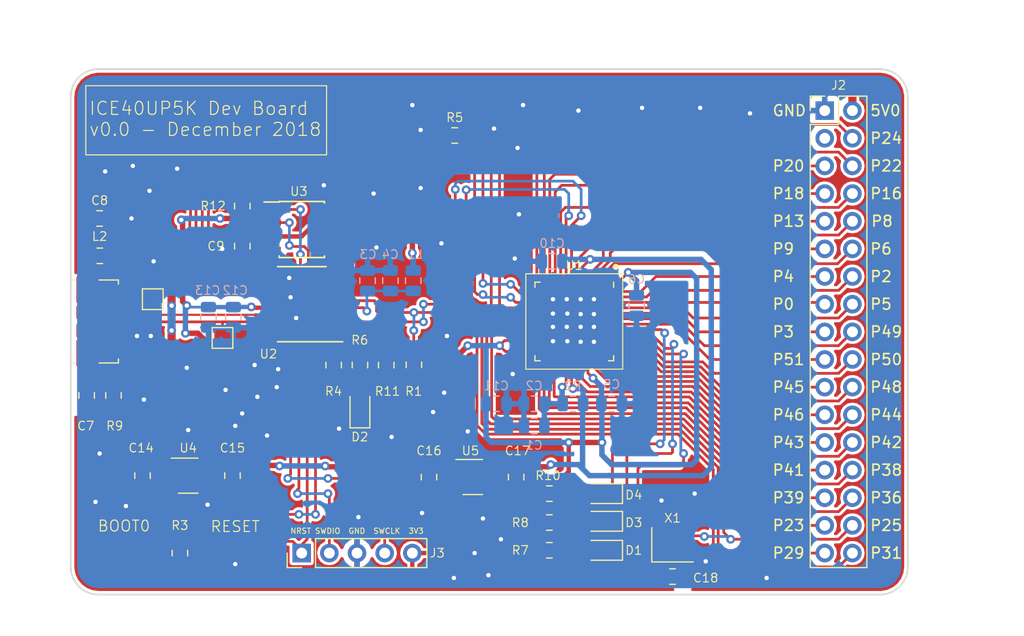
<source format=kicad_pcb>
(kicad_pcb (version 20171130) (host pcbnew 5.0.1-33cea8e~68~ubuntu18.04.1)
  (layers (0 F.Cu signal) (31 B.Cu signal) (34 B.Paste user) (35 F.Paste user) (36 B.SilkS user hide) (37 F.SilkS user) (38 B.Mask user hide) (39 F.Mask user hide) (44 Edge.Cuts user))
  (net 0 "")
  (net 1 "Net-(J1-Pad1)")
  (net 2 GND)
  (net 3 "Net-(C1-Pad1)")
  (net 4 "Net-(C3-Pad1)")
  (net 5 +3V3)
  (net 6 "Net-(C7-Pad1)")
  (net 7 +5V)
  (net 8 USB_DP)
  (net 9 USB_DM)
  (net 10 ICE40_NRST)
  (net 11 +1V2)
  (net 12 MCU_NRST)
  (net 13 BOOT0)
  (net 14 ICE40_CS)
  (net 15 ICE40_CDONE)
  (net 16 "Net-(D2-Pad2)")
  (net 17 MCU_LED)
  (net 18 FLASH_CS)
  (net 19 ICE40_MOSI)
  (net 20 ICE40_MISO)
  (net 21 FLASH_CLK)
  (net 22 FLASH_MOSI)
  (net 23 FLASH_MISO)
  (net 24 "Net-(J1-Pad4)")
  (net 25 P4)
  (net 26 P2)
  (net 27 P0)
  (net 28 P5)
  (net 29 P3)
  (net 30 P49)
  (net 31 P51)
  (net 32 RGB2)
  (net 33 RGB1)
  (net 34 RGB0)
  (net 35 P50)
  (net 36 P45)
  (net 37 P48)
  (net 38 P46)
  (net 39 P44)
  (net 40 P43)
  (net 41 P42)
  (net 42 P41)
  (net 43 P38)
  (net 44 P39)
  (net 45 P36)
  (net 46 P37)
  (net 47 P23)
  (net 48 P25)
  (net 49 P29)
  (net 50 P31)
  (net 51 ICE40_SCK)
  (net 52 P24)
  (net 53 P22)
  (net 54 P20)
  (net 55 P18)
  (net 56 P16)
  (net 57 P13)
  (net 58 P8)
  (net 59 P9)
  (net 60 P6)
  (net 61 SWDIO)
  (net 62 SWCLK)
  (net 63 "Net-(J2-Pad3)")
  (net 64 "Net-(D1-Pad2)")
  (net 65 "Net-(D3-Pad2)")
  (net 66 "Net-(D4-Pad2)")
  (net 67 "Net-(U5-Pad4)")
  (net 68 "Net-(U4-Pad4)")
  (module TestPoint:TestPoint_Pad_1.5x1.5mm (layer F.Cu) (at 135.2296 89.4588)
    (fp_text reference TP1 hide)
    (fp_text value TestPoint)
    (pad 1 smd rect (at 0 0) (size 1.5 1.5) (layers F.Cu F.Mask) (net 8 USB_DP))
  )
  (module TestPoint:TestPoint_Pad_1.5x1.5mm (layer F.Cu) (at 128.8288 85.9028)
    (fp_text reference TP2 hide)
    (fp_text value TestPoint)
    (pad 1 smd rect (at 0 0) (size 1.5 1.5) (layers F.Cu F.Mask) (net 9 USB_DM))
  )
  (module tinyfpga:PTS_810_SMT_Switch (layer F.Cu) (at 136.3472 109.1692)
    (fp_text reference SW2 hide)
    (fp_text value SW_Push)
    (pad 2 smd rect (at -2.075 1.075) (size 1.05 0.65) (layers F.Cu F.Paste F.Mask) (net 2 GND))
    (pad 2 smd rect (at 2.075 1.075) (size 1.05 0.65) (layers F.Cu F.Paste F.Mask) (net 2 GND))
    (pad 1 smd rect (at 2.075 -1.075) (size 1.05 0.65) (layers F.Cu F.Paste F.Mask) (net 12 MCU_NRST))
    (pad 1 smd rect (at -2.075 -1.075) (size 1.05 0.65) (layers F.Cu F.Paste F.Mask) (net 12 MCU_NRST))
  )
  (module tinyfpga:PTS_810_SMT_Switch (layer F.Cu) (at 126.1364 109.22)
    (fp_text reference SW1 hide)
    (fp_text value SW_Push)
    (pad 1 smd rect (at -2.075 -1.075) (size 1.05 0.65) (layers F.Cu F.Paste F.Mask) (net 13 BOOT0))
    (pad 1 smd rect (at 2.075 -1.075) (size 1.05 0.65) (layers F.Cu F.Paste F.Mask) (net 13 BOOT0))
    (pad 2 smd rect (at 2.075 1.075) (size 1.05 0.65) (layers F.Cu F.Paste F.Mask) (net 5 +3V3))
    (pad 2 smd rect (at -2.075 1.075) (size 1.05 0.65) (layers F.Cu F.Paste F.Mask) (net 5 +3V3))
  )
  (module Package_TO_SOT_SMD:SOT-23-5_HandSoldering (layer F.Cu) (at 132.08 102.108)
    (fp_text reference U4 (at 0 -2.54) (layer F.SilkS) (effects (font (size 0.8 0.8) (thickness 0.1))))
    (fp_text value MIC5504-3.3YM5-TR)
    (pad 1 smd rect (at -1.35 -0.95) (size 1.56 0.65) (layers F.Cu F.Paste F.Mask) (net 7 +5V))
    (pad 2 smd rect (at -1.35 0) (size 1.56 0.65) (layers F.Cu F.Paste F.Mask) (net 2 GND))
    (pad 3 smd rect (at -1.35 0.95) (size 1.56 0.65) (layers F.Cu F.Paste F.Mask) (net 7 +5V))
    (pad 4 smd rect (at 1.35 0.95) (size 1.56 0.65) (layers F.Cu F.Paste F.Mask) (net 68 "Net-(U4-Pad4)"))
    (pad 5 smd rect (at 1.35 -0.95) (size 1.56 0.65) (layers F.Cu F.Paste F.Mask) (net 5 +3V3))
  )
  (module Capacitor_SMD:C_0805_2012Metric (layer F.Cu) (at 176.53 111.379)
    (fp_text reference C18 (at 3.048 0.127) (layer F.SilkS) (effects (font (size 0.8 0.8) (thickness 0.1))))
    (fp_text value .1u)
    (pad 1 smd roundrect (at -0.9375 0) (size 0.975 1.4) (layers F.Cu F.Paste F.Mask) (net 5 +3V3))
    (pad 2 smd roundrect (at 0.9375 0) (size 0.975 1.4) (layers F.Cu F.Paste F.Mask) (net 2 GND))
  )
  (module Oscillator:Oscillator_SMD_Abracon_ASE-4Pin_3.2x2.5mm (layer F.Cu) (at 176.53 108.458)
    (fp_text reference X1 (at 0 -2.45) (layer F.SilkS) (effects (font (size 0.8 0.8) (thickness 0.1))))
    (fp_text value ASE-xxxMHz)
    (pad 1 smd rect (at -1.05 0.825) (size 1.3 1.1) (layers F.Cu F.Paste F.Mask) (net 5 +3V3))
    (pad 2 smd rect (at 1.05 0.825) (size 1.3 1.1) (layers F.Cu F.Paste F.Mask) (net 2 GND))
    (pad 3 smd rect (at 1.05 -0.825) (size 1.3 1.1) (layers F.Cu F.Paste F.Mask) (net 48 P25))
    (pad 4 smd rect (at -1.05 -0.825) (size 1.3 1.1) (layers F.Cu F.Paste F.Mask) (net 5 +3V3))
  )
  (module Package_TO_SOT_SMD:SOT-23-5_HandSoldering (layer F.Cu) (at 158.195 102.235)
    (fp_text reference U5 (at -0.207 -2.413) (layer F.SilkS) (effects (font (size 0.8 0.8) (thickness 0.1))))
    (fp_text value MIC5365-1.2YC5-TR)
    (pad 5 smd rect (at 1.35 -0.95) (size 1.56 0.65) (layers F.Cu F.Paste F.Mask) (net 11 +1V2))
    (pad 4 smd rect (at 1.35 0.95) (size 1.56 0.65) (layers F.Cu F.Paste F.Mask) (net 67 "Net-(U5-Pad4)"))
    (pad 3 smd rect (at -1.35 0.95) (size 1.56 0.65) (layers F.Cu F.Paste F.Mask) (net 5 +3V3))
    (pad 2 smd rect (at -1.35 0) (size 1.56 0.65) (layers F.Cu F.Paste F.Mask) (net 2 GND))
    (pad 1 smd rect (at -1.35 -0.95) (size 1.56 0.65) (layers F.Cu F.Paste F.Mask) (net 5 +3V3))
  )
  (module Capacitor_SMD:C_0805_2012Metric (layer F.Cu) (at 154.178 102.235 270)
    (fp_text reference C16 (at -2.413 0) (layer F.SilkS) (effects (font (size 0.8 0.8) (thickness 0.1))))
    (fp_text value .1u)
    (pad 2 smd roundrect (at 0.9375 0 270) (size 0.975 1.4) (layers F.Cu F.Paste F.Mask) (net 2 GND))
    (pad 1 smd roundrect (at -0.9375 0 270) (size 0.975 1.4) (layers F.Cu F.Paste F.Mask) (net 5 +3V3))
  )
  (module Capacitor_SMD:C_0805_2012Metric (layer F.Cu) (at 127.889 102.108 270)
    (fp_text reference C14 (at -2.54 0.127) (layer F.SilkS) (effects (font (size 0.8 0.8) (thickness 0.1))))
    (fp_text value .1u)
    (pad 1 smd roundrect (at -0.9375 0 270) (size 0.975 1.4) (layers F.Cu F.Paste F.Mask) (net 7 +5V))
    (pad 2 smd roundrect (at 0.9375 0 270) (size 0.975 1.4) (layers F.Cu F.Paste F.Mask) (net 2 GND))
  )
  (module Capacitor_SMD:C_0805_2012Metric (layer F.Cu) (at 136.144 102.108 270)
    (fp_text reference C15 (at -2.54 0) (layer F.SilkS) (effects (font (size 0.8 0.8) (thickness 0.1))))
    (fp_text value .1u)
    (pad 2 smd roundrect (at 0.9375 0 270) (size 0.975 1.4) (layers F.Cu F.Paste F.Mask) (net 2 GND))
    (pad 1 smd roundrect (at -0.9375 0 270) (size 0.975 1.4) (layers F.Cu F.Paste F.Mask) (net 5 +3V3))
  )
  (module Capacitor_SMD:C_0805_2012Metric (layer F.Cu) (at 162.179 102.235 270)
    (fp_text reference C17 (at -2.413 -0.127) (layer F.SilkS) (effects (font (size 0.8 0.8) (thickness 0.1))))
    (fp_text value .1u)
    (pad 1 smd roundrect (at -0.9375 0 270) (size 0.975 1.4) (layers F.Cu F.Paste F.Mask) (net 11 +1V2))
    (pad 2 smd roundrect (at 0.9375 0 270) (size 0.975 1.4) (layers F.Cu F.Paste F.Mask) (net 2 GND))
  )
  (module LED_SMD:LED_0805_2012Metric_Castellated (layer F.Cu) (at 170.053 103.759 180)
    (fp_text reference D4 (at -2.921 -0.127 180) (layer F.SilkS) (effects (font (size 0.8 0.8) (thickness 0.1))))
    (fp_text value LED_Small_ALT)
    (pad 1 smd roundrect (at -0.9625 0 180) (size 1.325 1.3) (layers F.Cu F.Paste F.Mask) (roundrect_rratio 0.192308) (net 32 RGB2))
    (pad 2 smd roundrect (at 0.9625 0 180) (size 1.325 1.3) (layers F.Cu F.Paste F.Mask) (roundrect_rratio 0.192308) (net 66 "Net-(D4-Pad2)"))
  )
  (module Capacitor_SMD:C_0805_2012Metric (layer B.Cu) (at 133.9365 87.5665 270)
    (fp_text reference C13 (at -2.4765 0.0785) (layer B.SilkS) (effects (font (size 0.8 0.8) (thickness 0.1)) (justify mirror)))
    (fp_text value .1u)
    (pad 2 smd roundrect (at 0.9375 0 270) (size 0.975 1.4) (layers B.Cu B.Paste B.Mask) (net 2 GND))
    (pad 1 smd roundrect (at -0.9375 0 270) (size 0.975 1.4) (layers B.Cu B.Paste B.Mask) (net 5 +3V3))
  )
  (module Capacitor_SMD:C_0805_2012Metric (layer B.Cu) (at 136.2225 87.5665 90)
    (fp_text reference C12 (at 2.4765 0.1755 180) (layer B.SilkS) (effects (font (size 0.8 0.8) (thickness 0.1)) (justify mirror)))
    (fp_text value .1u)
    (pad 1 smd roundrect (at -0.9375 0 90) (size 0.975 1.4) (layers B.Cu B.Paste B.Mask) (net 2 GND))
    (pad 2 smd roundrect (at 0.9375 0 90) (size 0.975 1.4) (layers B.Cu B.Paste B.Mask) (net 5 +3V3))
  )
  (module LED_SMD:LED_0805_2012Metric_Castellated (layer F.Cu) (at 170.053 106.299 180)
    (fp_text reference D3 (at -2.921 -0.127) (layer F.SilkS) (effects (font (size 0.8 0.8) (thickness 0.1))))
    (fp_text value LED_Small_ALT)
    (pad 1 smd roundrect (at -0.9625 0 180) (size 1.325 1.3) (layers F.Cu F.Paste F.Mask) (roundrect_rratio 0.192308) (net 33 RGB1))
    (pad 2 smd roundrect (at 0.9625 0 180) (size 1.325 1.3) (layers F.Cu F.Paste F.Mask) (roundrect_rratio 0.192308) (net 65 "Net-(D3-Pad2)"))
  )
  (module LED_SMD:LED_0805_2012Metric_Castellated (layer F.Cu) (at 170.053 108.966 180)
    (fp_text reference D1 (at -2.921 0 180) (layer F.SilkS) (effects (font (size 0.8 0.8) (thickness 0.1))))
    (fp_text value LED_Small_ALT)
    (pad 2 smd roundrect (at 0.9625 0 180) (size 1.325 1.3) (layers F.Cu F.Paste F.Mask) (roundrect_rratio 0.192308) (net 64 "Net-(D1-Pad2)"))
    (pad 1 smd roundrect (at -0.9625 0 180) (size 1.325 1.3) (layers F.Cu F.Paste F.Mask) (roundrect_rratio 0.192308) (net 34 RGB0))
  )
  (module Resistor_SMD:R_0805_2012Metric (layer F.Cu) (at 165.227 103.759 180)
    (fp_text reference R10 (at 0.127 1.651) (layer F.SilkS) (effects (font (size 0.8 0.8) (thickness 0.1))))
    (fp_text value 10k)
    (pad 1 smd roundrect (at -0.9375 0 180) (size 0.975 1.4) (layers F.Cu F.Paste F.Mask) (net 66 "Net-(D4-Pad2)"))
    (pad 2 smd roundrect (at 0.9375 0 180) (size 0.975 1.4) (layers F.Cu F.Paste F.Mask) (net 5 +3V3))
  )
  (module Resistor_SMD:R_0805_2012Metric (layer F.Cu) (at 165.227 106.4133 180)
    (fp_text reference R8 (at 2.667 -0.0127 180) (layer F.SilkS) (effects (font (size 0.8 0.8) (thickness 0.1))))
    (fp_text value 10k)
    (pad 2 smd roundrect (at 0.9375 0 180) (size 0.975 1.4) (layers F.Cu F.Paste F.Mask) (net 5 +3V3))
    (pad 1 smd roundrect (at -0.9375 0 180) (size 0.975 1.4) (layers F.Cu F.Paste F.Mask) (net 65 "Net-(D3-Pad2)"))
  )
  (module Resistor_SMD:R_0805_2012Metric (layer F.Cu) (at 165.227 108.966 180)
    (fp_text reference R7 (at 2.667 0 180) (layer F.SilkS) (effects (font (size 0.8 0.8) (thickness 0.1))))
    (fp_text value 10k)
    (pad 1 smd roundrect (at -0.9375 0 180) (size 0.975 1.4) (layers F.Cu F.Paste F.Mask) (net 64 "Net-(D1-Pad2)"))
    (pad 2 smd roundrect (at 0.9375 0 180) (size 0.975 1.4) (layers F.Cu F.Paste F.Mask) (net 5 +3V3))
  )
  (module Capacitor_SMD:C_0805_2012Metric (layer B.Cu) (at 173.228 86.487 270)
    (fp_text reference C6 (at -2.413 0) (layer B.SilkS) (effects (font (size 0.8 0.8) (thickness 0.1)) (justify mirror)))
    (fp_text value 4u7)
    (pad 1 smd roundrect (at -0.9375 0 270) (size 0.975 1.4) (layers B.Cu B.Paste B.Mask) (net 5 +3V3))
    (pad 2 smd roundrect (at 0.9375 0 270) (size 0.975 1.4) (layers B.Cu B.Paste B.Mask) (net 2 GND))
  )
  (module Connector_PinHeader_2.54mm:PinHeader_1x05_P2.54mm_Vertical (layer F.Cu) (at 142.494 109.22 90)
    (fp_text reference J3 (at 0 12.446 180) (layer F.SilkS) (effects (font (size 0.8 0.8) (thickness 0.1))))
    (fp_text value Conn_01x05_Male)
    (pad 1 thru_hole rect (at 0 0 90) (size 1.7 1.7) (drill 1) (layers *.Cu *.Mask) (net 12 MCU_NRST))
    (pad 2 thru_hole oval (at 0 2.54 90) (size 1.7 1.7) (drill 1) (layers *.Cu *.Mask) (net 61 SWDIO))
    (pad 3 thru_hole oval (at 0 5.08 90) (size 1.7 1.7) (drill 1) (layers *.Cu *.Mask) (net 2 GND))
    (pad 4 thru_hole oval (at 0 7.62 90) (size 1.7 1.7) (drill 1) (layers *.Cu *.Mask) (net 62 SWCLK))
    (pad 5 thru_hole oval (at 0 10.16 90) (size 1.7 1.7) (drill 1) (layers *.Cu *.Mask) (net 5 +3V3))
  )
  (module Connector_PinHeader_2.54mm:PinHeader_2x17_P2.54mm_Vertical (layer F.Cu) (at 190.5 68.58)
    (fp_text reference J2 (at 1.27 -2.33) (layer F.SilkS) (effects (font (size 0.8 0.8) (thickness 0.1))))
    (fp_text value Conn_02x17_Odd_Even)
    (pad 1 thru_hole rect (at 0 0) (size 1.7 1.7) (drill 1) (layers *.Cu *.Mask) (net 2 GND))
    (pad 2 thru_hole oval (at 2.54 0) (size 1.7 1.7) (drill 1) (layers *.Cu *.Mask) (net 7 +5V))
    (pad 3 thru_hole oval (at 0 2.54) (size 1.7 1.7) (drill 1) (layers *.Cu *.Mask) (net 63 "Net-(J2-Pad3)"))
    (pad 4 thru_hole oval (at 2.54 2.54) (size 1.7 1.7) (drill 1) (layers *.Cu *.Mask) (net 52 P24))
    (pad 5 thru_hole oval (at 0 5.08) (size 1.7 1.7) (drill 1) (layers *.Cu *.Mask) (net 54 P20))
    (pad 6 thru_hole oval (at 2.54 5.08) (size 1.7 1.7) (drill 1) (layers *.Cu *.Mask) (net 53 P22))
    (pad 7 thru_hole oval (at 0 7.62) (size 1.7 1.7) (drill 1) (layers *.Cu *.Mask) (net 55 P18))
    (pad 8 thru_hole oval (at 2.54 7.62) (size 1.7 1.7) (drill 1) (layers *.Cu *.Mask) (net 56 P16))
    (pad 9 thru_hole oval (at 0 10.16) (size 1.7 1.7) (drill 1) (layers *.Cu *.Mask) (net 57 P13))
    (pad 10 thru_hole oval (at 2.54 10.16) (size 1.7 1.7) (drill 1) (layers *.Cu *.Mask) (net 58 P8))
    (pad 11 thru_hole oval (at 0 12.7) (size 1.7 1.7) (drill 1) (layers *.Cu *.Mask) (net 59 P9))
    (pad 12 thru_hole oval (at 2.54 12.7) (size 1.7 1.7) (drill 1) (layers *.Cu *.Mask) (net 60 P6))
    (pad 13 thru_hole oval (at 0 15.24) (size 1.7 1.7) (drill 1) (layers *.Cu *.Mask) (net 25 P4))
    (pad 14 thru_hole oval (at 2.54 15.24) (size 1.7 1.7) (drill 1) (layers *.Cu *.Mask) (net 26 P2))
    (pad 15 thru_hole oval (at 0 17.78) (size 1.7 1.7) (drill 1) (layers *.Cu *.Mask) (net 27 P0))
    (pad 16 thru_hole oval (at 2.54 17.78) (size 1.7 1.7) (drill 1) (layers *.Cu *.Mask) (net 28 P5))
    (pad 17 thru_hole oval (at 0 20.32) (size 1.7 1.7) (drill 1) (layers *.Cu *.Mask) (net 29 P3))
    (pad 18 thru_hole oval (at 2.54 20.32) (size 1.7 1.7) (drill 1) (layers *.Cu *.Mask) (net 30 P49))
    (pad 19 thru_hole oval (at 0 22.86) (size 1.7 1.7) (drill 1) (layers *.Cu *.Mask) (net 31 P51))
    (pad 20 thru_hole oval (at 2.54 22.86) (size 1.7 1.7) (drill 1) (layers *.Cu *.Mask) (net 35 P50))
    (pad 21 thru_hole oval (at 0 25.4) (size 1.7 1.7) (drill 1) (layers *.Cu *.Mask) (net 36 P45))
    (pad 22 thru_hole oval (at 2.54 25.4) (size 1.7 1.7) (drill 1) (layers *.Cu *.Mask) (net 37 P48))
    (pad 23 thru_hole oval (at 0 27.94) (size 1.7 1.7) (drill 1) (layers *.Cu *.Mask) (net 38 P46))
    (pad 24 thru_hole oval (at 2.54 27.94) (size 1.7 1.7) (drill 1) (layers *.Cu *.Mask) (net 39 P44))
    (pad 25 thru_hole oval (at 0 30.48) (size 1.7 1.7) (drill 1) (layers *.Cu *.Mask) (net 40 P43))
    (pad 26 thru_hole oval (at 2.54 30.48) (size 1.7 1.7) (drill 1) (layers *.Cu *.Mask) (net 41 P42))
    (pad 27 thru_hole oval (at 0 33.02) (size 1.7 1.7) (drill 1) (layers *.Cu *.Mask) (net 42 P41))
    (pad 28 thru_hole oval (at 2.54 33.02) (size 1.7 1.7) (drill 1) (layers *.Cu *.Mask) (net 43 P38))
    (pad 29 thru_hole oval (at 0 35.56) (size 1.7 1.7) (drill 1) (layers *.Cu *.Mask) (net 44 P39))
    (pad 30 thru_hole oval (at 2.54 35.56) (size 1.7 1.7) (drill 1) (layers *.Cu *.Mask) (net 45 P36))
    (pad 31 thru_hole oval (at 0 38.1) (size 1.7 1.7) (drill 1) (layers *.Cu *.Mask) (net 47 P23))
    (pad 32 thru_hole oval (at 2.54 38.1) (size 1.7 1.7) (drill 1) (layers *.Cu *.Mask) (net 48 P25))
    (pad 33 thru_hole oval (at 0 40.64) (size 1.7 1.7) (drill 1) (layers *.Cu *.Mask) (net 49 P29))
    (pad 34 thru_hole oval (at 2.54 40.64) (size 1.7 1.7) (drill 1) (layers *.Cu *.Mask) (net 50 P31))
  )
  (module Package_DFN_QFN:QFN-48-1EP_7x7mm_P0.5mm_EP5.6x5.6mm (layer F.Cu) (at 167.513862 87.947258 270)
    (fp_text reference U1 (at -5.143258 0.000862) (layer F.SilkS) (effects (font (size 0.8 0.8) (thickness 0.1))))
    (fp_text value ICE40UP5K-SG48ITR)
    (pad 48 smd roundrect (at -2.75 -3.4375 270) (size 0.25 0.875) (layers F.Cu F.Paste F.Mask) (net 25 P4))
    (pad 47 smd roundrect (at -2.25 -3.4375 270) (size 0.25 0.875) (layers F.Cu F.Paste F.Mask) (net 26 P2))
    (pad 46 smd roundrect (at -1.75 -3.4375 270) (size 0.25 0.875) (layers F.Cu F.Paste F.Mask) (net 27 P0))
    (pad 45 smd roundrect (at -1.25 -3.4375 270) (size 0.25 0.875) (layers F.Cu F.Paste F.Mask) (net 28 P5))
    (pad 44 smd roundrect (at -0.75 -3.4375 270) (size 0.25 0.875) (layers F.Cu F.Paste F.Mask) (net 29 P3))
    (pad 43 smd roundrect (at -0.25 -3.4375 270) (size 0.25 0.875) (layers F.Cu F.Paste F.Mask) (net 30 P49))
    (pad 42 smd roundrect (at 0.25 -3.4375 270) (size 0.25 0.875) (layers F.Cu F.Paste F.Mask) (net 31 P51))
    (pad 41 smd roundrect (at 0.75 -3.4375 270) (size 0.25 0.875) (layers F.Cu F.Paste F.Mask) (net 32 RGB2))
    (pad 40 smd roundrect (at 1.25 -3.4375 270) (size 0.25 0.875) (layers F.Cu F.Paste F.Mask) (net 33 RGB1))
    (pad 39 smd roundrect (at 1.75 -3.4375 270) (size 0.25 0.875) (layers F.Cu F.Paste F.Mask) (net 34 RGB0))
    (pad 38 smd roundrect (at 2.25 -3.4375 270) (size 0.25 0.875) (layers F.Cu F.Paste F.Mask) (net 35 P50))
    (pad 37 smd roundrect (at 2.75 -3.4375 270) (size 0.25 0.875) (layers F.Cu F.Paste F.Mask) (net 36 P45))
    (pad 36 smd roundrect (at 3.4375 -2.75 270) (size 0.875 0.25) (layers F.Cu F.Paste F.Mask) (net 37 P48))
    (pad 35 smd roundrect (at 3.4375 -2.25 270) (size 0.875 0.25) (layers F.Cu F.Paste F.Mask) (net 38 P46))
    (pad 34 smd roundrect (at 3.4375 -1.75 270) (size 0.875 0.25) (layers F.Cu F.Paste F.Mask) (net 39 P44))
    (pad 33 smd roundrect (at 3.4375 -1.25 270) (size 0.875 0.25) (layers F.Cu F.Paste F.Mask) (net 5 +3V3))
    (pad 32 smd roundrect (at 3.4375 -0.75 270) (size 0.875 0.25) (layers F.Cu F.Paste F.Mask) (net 40 P43))
    (pad 31 smd roundrect (at 3.4375 -0.25 270) (size 0.875 0.25) (layers F.Cu F.Paste F.Mask) (net 41 P42))
    (pad 30 smd roundrect (at 3.4375 0.25 270) (size 0.875 0.25) (layers F.Cu F.Paste F.Mask) (net 11 +1V2))
    (pad 29 smd roundrect (at 3.4375 0.75 270) (size 0.875 0.25) (layers F.Cu F.Paste F.Mask) (net 3 "Net-(C1-Pad1)"))
    (pad 28 smd roundrect (at 3.4375 1.25 270) (size 0.875 0.25) (layers F.Cu F.Paste F.Mask) (net 42 P41))
    (pad 27 smd roundrect (at 3.4375 1.75 270) (size 0.875 0.25) (layers F.Cu F.Paste F.Mask) (net 43 P38))
    (pad 26 smd roundrect (at 3.4375 2.25 270) (size 0.875 0.25) (layers F.Cu F.Paste F.Mask) (net 44 P39))
    (pad 25 smd roundrect (at 3.4375 2.75 270) (size 0.875 0.25) (layers F.Cu F.Paste F.Mask) (net 45 P36))
    (pad 24 smd roundrect (at 2.75 3.4375 270) (size 0.25 0.875) (layers F.Cu F.Paste F.Mask) (net 5 +3V3))
    (pad 23 smd roundrect (at 2.25 3.4375 270) (size 0.25 0.875) (layers F.Cu F.Paste F.Mask) (net 46 P37))
    (pad 22 smd roundrect (at 1.75 3.4375 270) (size 0.25 0.875) (layers F.Cu F.Paste F.Mask) (net 5 +3V3))
    (pad 21 smd roundrect (at 1.25 3.4375 270) (size 0.25 0.875) (layers F.Cu F.Paste F.Mask) (net 47 P23))
    (pad 20 smd roundrect (at 0.75 3.4375 270) (size 0.25 0.875) (layers F.Cu F.Paste F.Mask) (net 48 P25))
    (pad 19 smd roundrect (at 0.25 3.4375 270) (size 0.25 0.875) (layers F.Cu F.Paste F.Mask) (net 49 P29))
    (pad 18 smd roundrect (at -0.25 3.4375 270) (size 0.25 0.875) (layers F.Cu F.Paste F.Mask) (net 50 P31))
    (pad 17 smd roundrect (at -0.75 3.4375 270) (size 0.25 0.875) (layers F.Cu F.Paste F.Mask) (net 19 ICE40_MOSI))
    (pad 16 smd roundrect (at -1.25 3.4375 270) (size 0.25 0.875) (layers F.Cu F.Paste F.Mask) (net 14 ICE40_CS))
    (pad 15 smd roundrect (at -1.75 3.4375 270) (size 0.25 0.875) (layers F.Cu F.Paste F.Mask) (net 51 ICE40_SCK))
    (pad 14 smd roundrect (at -2.25 3.4375 270) (size 0.25 0.875) (layers F.Cu F.Paste F.Mask) (net 20 ICE40_MISO))
    (pad 13 smd roundrect (at -2.75 3.4375 270) (size 0.25 0.875) (layers F.Cu F.Paste F.Mask) (net 52 P24))
    (pad 12 smd roundrect (at -3.4375 2.75 270) (size 0.875 0.25) (layers F.Cu F.Paste F.Mask) (net 53 P22))
    (pad 11 smd roundrect (at -3.4375 2.25 270) (size 0.875 0.25) (layers F.Cu F.Paste F.Mask) (net 54 P20))
    (pad 10 smd roundrect (at -3.4375 1.75 270) (size 0.875 0.25) (layers F.Cu F.Paste F.Mask) (net 55 P18))
    (pad 9 smd roundrect (at -3.4375 1.25 270) (size 0.875 0.25) (layers F.Cu F.Paste F.Mask) (net 56 P16))
    (pad 8 smd roundrect (at -3.4375 0.75 270) (size 0.875 0.25) (layers F.Cu F.Paste F.Mask) (net 10 ICE40_NRST))
    (pad 7 smd roundrect (at -3.4375 0.25 270) (size 0.875 0.25) (layers F.Cu F.Paste F.Mask) (net 15 ICE40_CDONE))
    (pad 6 smd roundrect (at -3.4375 -0.25 270) (size 0.875 0.25) (layers F.Cu F.Paste F.Mask) (net 57 P13))
    (pad 5 smd roundrect (at -3.4375 -0.75 270) (size 0.875 0.25) (layers F.Cu F.Paste F.Mask) (net 11 +1V2))
    (pad 4 smd roundrect (at -3.4375 -1.25 270) (size 0.875 0.25) (layers F.Cu F.Paste F.Mask) (net 58 P8))
    (pad 3 smd roundrect (at -3.4375 -1.75 270) (size 0.875 0.25) (layers F.Cu F.Paste F.Mask) (net 59 P9))
    (pad 2 smd roundrect (at -3.4375 -2.25 270) (size 0.875 0.25) (layers F.Cu F.Paste F.Mask) (net 60 P6))
    (pad 1 smd roundrect (at -3.4375 -2.75 270) (size 0.875 0.25) (layers F.Cu F.Paste F.Mask) (net 5 +3V3))
    (pad 49 smd roundrect (at 0 0 270) (size 5.6 5.6) (layers F.Cu F.Mask) (roundrect_rratio 0.044643) (net 2 GND))
  )
  (module Package_SO:SOIC-8_3.9x4.9mm_P1.27mm (layer F.Cu) (at 142.509 79.502)
    (fp_text reference U3 (at -0.269 -3.5) (layer F.SilkS) (effects (font (size 0.8 0.8) (thickness 0.1))))
    (fp_text value AT25SF081)
    (pad 8 smd rect (at 2.7 -1.905) (size 1.55 0.6) (layers F.Cu F.Paste F.Mask) (net 5 +3V3))
    (pad 7 smd rect (at 2.7 -0.635) (size 1.55 0.6) (layers F.Cu F.Paste F.Mask) (net 5 +3V3))
    (pad 6 smd rect (at 2.7 0.635) (size 1.55 0.6) (layers F.Cu F.Paste F.Mask) (net 21 FLASH_CLK))
    (pad 5 smd rect (at 2.7 1.905) (size 1.55 0.6) (layers F.Cu F.Paste F.Mask) (net 22 FLASH_MOSI))
    (pad 4 smd rect (at -2.7 1.905) (size 1.55 0.6) (layers F.Cu F.Paste F.Mask) (net 2 GND))
    (pad 3 smd rect (at -2.7 0.635) (size 1.55 0.6) (layers F.Cu F.Paste F.Mask) (net 5 +3V3))
    (pad 2 smd rect (at -2.7 -0.635) (size 1.55 0.6) (layers F.Cu F.Paste F.Mask) (net 23 FLASH_MISO))
    (pad 1 smd rect (at -2.7 -1.905) (size 1.55 0.6) (layers F.Cu F.Paste F.Mask) (net 18 FLASH_CS))
  )
  (module Capacitor_SMD:C_0805_2012Metric (layer B.Cu) (at 163.83 97.536 180)
    (fp_text reference C1 (at 0 -1.778 180) (layer B.SilkS) (effects (font (size 0.8 0.8) (thickness 0.1)) (justify mirror)))
    (fp_text value 4u7)
    (pad 2 smd roundrect (at 0.9375 0 180) (size 0.975 1.4) (layers B.Cu B.Paste B.Mask) (net 2 GND))
    (pad 1 smd roundrect (at -0.9375 0 180) (size 0.975 1.4) (layers B.Cu B.Paste B.Mask) (net 3 "Net-(C1-Pad1)"))
  )
  (module Capacitor_SMD:C_0805_2012Metric (layer B.Cu) (at 163.83 95.504 180)
    (fp_text reference C2 (at 0 1.65 180) (layer B.SilkS) (effects (font (size 0.8 0.8) (thickness 0.1)) (justify mirror)))
    (fp_text value .1u)
    (pad 1 smd roundrect (at -0.9375 0 180) (size 0.975 1.4) (layers B.Cu B.Paste B.Mask) (net 3 "Net-(C1-Pad1)"))
    (pad 2 smd roundrect (at 0.9375 0 180) (size 0.975 1.4) (layers B.Cu B.Paste B.Mask) (net 2 GND))
  )
  (module Capacitor_SMD:C_0805_2012Metric (layer B.Cu) (at 148.5415 84.201 90)
    (fp_text reference C3 (at 2.413 0.0485 180) (layer B.SilkS) (effects (font (size 0.8 0.8) (thickness 0.1)) (justify mirror)))
    (fp_text value .1u)
    (pad 2 smd roundrect (at 0.9375 0 90) (size 0.975 1.4) (layers B.Cu B.Paste B.Mask) (net 2 GND))
    (pad 1 smd roundrect (at -0.9375 0 90) (size 0.975 1.4) (layers B.Cu B.Paste B.Mask) (net 4 "Net-(C3-Pad1)"))
  )
  (module Capacitor_SMD:C_0805_2012Metric (layer B.Cu) (at 150.637 84.201 90)
    (fp_text reference C4 (at 2.413 -0.015 180) (layer B.SilkS) (effects (font (size 0.8 0.8) (thickness 0.1)) (justify mirror)))
    (fp_text value 4u7)
    (pad 1 smd roundrect (at -0.9375 0 90) (size 0.975 1.4) (layers B.Cu B.Paste B.Mask) (net 4 "Net-(C3-Pad1)"))
    (pad 2 smd roundrect (at 0.9375 0 90) (size 0.975 1.4) (layers B.Cu B.Paste B.Mask) (net 2 GND))
  )
  (module Capacitor_SMD:C_0805_2012Metric (layer B.Cu) (at 170.942 95.504)
    (fp_text reference C5 (at 0 -1.778) (layer B.SilkS) (effects (font (size 0.8 0.8) (thickness 0.1)) (justify mirror)))
    (fp_text value .1u)
    (pad 1 smd roundrect (at -0.9375 0) (size 0.975 1.4) (layers B.Cu B.Paste B.Mask) (net 5 +3V3))
    (pad 2 smd roundrect (at 0.9375 0) (size 0.975 1.4) (layers B.Cu B.Paste B.Mask) (net 2 GND))
  )
  (module Capacitor_SMD:C_0805_2012Metric (layer F.Cu) (at 122.7605 94.742 270)
    (fp_text reference C7 (at 2.794 0.0785) (layer F.SilkS) (effects (font (size 0.8 0.8) (thickness 0.1))))
    (fp_text value 4u7)
    (pad 1 smd roundrect (at -0.9375 0 270) (size 0.975 1.4) (layers F.Cu F.Paste F.Mask) (net 6 "Net-(C7-Pad1)"))
    (pad 2 smd roundrect (at 0.9375 0 270) (size 0.975 1.4) (layers F.Cu F.Paste F.Mask) (net 2 GND))
  )
  (module Capacitor_SMD:C_0805_2012Metric (layer F.Cu) (at 123.952 78.486)
    (fp_text reference C8 (at 0 -1.65) (layer F.SilkS) (effects (font (size 0.8 0.8) (thickness 0.1))))
    (fp_text value 4u7)
    (pad 2 smd roundrect (at 0.9375 0) (size 0.975 1.4) (layers F.Cu F.Paste F.Mask) (net 2 GND))
    (pad 1 smd roundrect (at -0.9375 0) (size 0.975 1.4) (layers F.Cu F.Paste F.Mask) (net 7 +5V))
  )
  (module Capacitor_SMD:C_0805_2012Metric (layer F.Cu) (at 137.048 81.026 270)
    (fp_text reference C9 (at 0 2.428) (layer F.SilkS) (effects (font (size 0.8 0.8) (thickness 0.1))))
    (fp_text value .1u)
    (pad 2 smd roundrect (at 0.9375 0 270) (size 0.975 1.4) (layers F.Cu F.Paste F.Mask) (net 2 GND))
    (pad 1 smd roundrect (at -0.9375 0 270) (size 0.975 1.4) (layers F.Cu F.Paste F.Mask) (net 5 +3V3))
  )
  (module Resistor_SMD:R_0805_2012Metric (layer F.Cu) (at 152.796 91.933 90)
    (fp_text reference R1 (at -2.428 -0.015 180) (layer F.SilkS) (effects (font (size 0.8 0.8) (thickness 0.1))))
    (fp_text value 10k)
    (pad 1 smd roundrect (at -0.9375 0 90) (size 0.975 1.4) (layers F.Cu F.Paste F.Mask) (net 5 +3V3))
    (pad 2 smd roundrect (at 0.9375 0 90) (size 0.975 1.4) (layers F.Cu F.Paste F.Mask) (net 10 ICE40_NRST))
  )
  (module Resistor_SMD:R_0805_2012Metric (layer B.Cu) (at 167.386 95.504 180)
    (fp_text reference R2 (at 0 1.65 180) (layer B.SilkS) (effects (font (size 0.8 0.8) (thickness 0.1)) (justify mirror)))
    (fp_text value 100R)
    (pad 1 smd roundrect (at -0.9375 0 180) (size 0.975 1.4) (layers B.Cu B.Paste B.Mask) (net 11 +1V2))
    (pad 2 smd roundrect (at 0.9375 0 180) (size 0.975 1.4) (layers B.Cu B.Paste B.Mask) (net 3 "Net-(C1-Pad1)"))
  )
  (module Resistor_SMD:R_0805_2012Metric (layer F.Cu) (at 131.318 109.22 90)
    (fp_text reference R3 (at 2.54 0 180) (layer F.SilkS) (effects (font (size 0.8 0.8) (thickness 0.1))))
    (fp_text value 10k)
    (pad 2 smd roundrect (at 0.9375 0 90) (size 0.975 1.4) (layers F.Cu F.Paste F.Mask) (net 12 MCU_NRST))
    (pad 1 smd roundrect (at -0.9375 0 90) (size 0.975 1.4) (layers F.Cu F.Paste F.Mask) (net 5 +3V3))
  )
  (module Resistor_SMD:R_0805_2012Metric (layer F.Cu) (at 145.43 91.948 270)
    (fp_text reference R4 (at 2.413 0.015) (layer F.SilkS) (effects (font (size 0.8 0.8) (thickness 0.1))))
    (fp_text value 10k)
    (pad 2 smd roundrect (at 0.9375 0 270) (size 0.975 1.4) (layers F.Cu F.Paste F.Mask) (net 2 GND))
    (pad 1 smd roundrect (at -0.9375 0 270) (size 0.975 1.4) (layers F.Cu F.Paste F.Mask) (net 13 BOOT0))
  )
  (module Resistor_SMD:R_0805_2012Metric (layer F.Cu) (at 156.5425 70.866)
    (fp_text reference R5 (at 0 -1.65) (layer F.SilkS) (effects (font (size 0.8 0.8) (thickness 0.1))))
    (fp_text value 470K)
    (pad 1 smd roundrect (at -0.9375 0) (size 0.975 1.4) (layers F.Cu F.Paste F.Mask) (net 14 ICE40_CS))
    (pad 2 smd roundrect (at 0.9375 0) (size 0.975 1.4) (layers F.Cu F.Paste F.Mask) (net 2 GND))
  )
  (module Resistor_SMD:R_0805_2012Metric (layer F.Cu) (at 150.256 91.948 90)
    (fp_text reference R6 (at 2.286 -2.428 180) (layer F.SilkS) (effects (font (size 0.8 0.8) (thickness 0.1))))
    (fp_text value 10k)
    (pad 2 smd roundrect (at 0.9375 0 90) (size 0.975 1.4) (layers F.Cu F.Paste F.Mask) (net 15 ICE40_CDONE))
    (pad 1 smd roundrect (at -0.9375 0 90) (size 0.975 1.4) (layers F.Cu F.Paste F.Mask) (net 5 +3V3))
  )
  (module Resistor_SMD:R_0805_2012Metric (layer F.Cu) (at 125.222 94.742 270)
    (fp_text reference R9 (at 2.794 -0.112) (layer F.SilkS) (effects (font (size 0.8 0.8) (thickness 0.1))))
    (fp_text value 1M)
    (pad 1 smd roundrect (at -0.9375 0 270) (size 0.975 1.4) (layers F.Cu F.Paste F.Mask) (net 6 "Net-(C7-Pad1)"))
    (pad 2 smd roundrect (at 0.9375 0 270) (size 0.975 1.4) (layers F.Cu F.Paste F.Mask) (net 2 GND))
  )
  (module Resistor_SMD:R_0805_2012Metric (layer F.Cu) (at 147.843 91.948 270)
    (fp_text reference R11 (at 2.413 -2.525 180) (layer F.SilkS) (effects (font (size 0.8 0.8) (thickness 0.1))))
    (fp_text value 10k)
    (pad 2 smd roundrect (at 0.9375 0 270) (size 0.975 1.4) (layers F.Cu F.Paste F.Mask) (net 16 "Net-(D2-Pad2)"))
    (pad 1 smd roundrect (at -0.9375 0 270) (size 0.975 1.4) (layers F.Cu F.Paste F.Mask) (net 17 MCU_LED))
  )
  (module Resistor_SMD:R_0805_2012Metric (layer F.Cu) (at 137.048 77.343 90)
    (fp_text reference R12 (at 0 -2.682 180) (layer F.SilkS) (effects (font (size 0.8 0.8) (thickness 0.1))))
    (fp_text value 10k)
    (pad 1 smd roundrect (at -0.9375 0 90) (size 0.975 1.4) (layers F.Cu F.Paste F.Mask) (net 5 +3V3))
    (pad 2 smd roundrect (at 0.9375 0 90) (size 0.975 1.4) (layers F.Cu F.Paste F.Mask) (net 18 FLASH_CS))
  )
  (module Package_SO:TSSOP-20_4.4x6.5mm_P0.65mm (layer F.Cu) (at 142.509 86.36 180)
    (fp_text reference U2 (at 3.063 -4.572 180) (layer F.SilkS) (effects (font (size 0.8 0.8) (thickness 0.1))))
    (fp_text value STM32F042F6Px)
    (pad 1 smd rect (at -2.95 -2.925 180) (size 1.45 0.45) (layers F.Cu F.Paste F.Mask) (net 13 BOOT0))
    (pad 2 smd rect (at -2.95 -2.275 180) (size 1.45 0.45) (layers F.Cu F.Paste F.Mask) (net 17 MCU_LED))
    (pad 3 smd rect (at -2.95 -1.625 180) (size 1.45 0.45) (layers F.Cu F.Paste F.Mask) (net 15 ICE40_CDONE))
    (pad 4 smd rect (at -2.95 -0.975 180) (size 1.45 0.45) (layers F.Cu F.Paste F.Mask) (net 12 MCU_NRST))
    (pad 5 smd rect (at -2.95 -0.325 180) (size 1.45 0.45) (layers F.Cu F.Paste F.Mask) (net 4 "Net-(C3-Pad1)"))
    (pad 6 smd rect (at -2.95 0.325 180) (size 1.45 0.45) (layers F.Cu F.Paste F.Mask) (net 10 ICE40_NRST))
    (pad 7 smd rect (at -2.95 0.975 180) (size 1.45 0.45) (layers F.Cu F.Paste F.Mask) (net 18 FLASH_CS))
    (pad 8 smd rect (at -2.95 1.625 180) (size 1.45 0.45) (layers F.Cu F.Paste F.Mask) (net 23 FLASH_MISO))
    (pad 9 smd rect (at -2.95 2.275 180) (size 1.45 0.45) (layers F.Cu F.Paste F.Mask) (net 22 FLASH_MOSI))
    (pad 10 smd rect (at -2.95 2.925 180) (size 1.45 0.45) (layers F.Cu F.Paste F.Mask) (net 21 FLASH_CLK))
    (pad 11 smd rect (at 2.95 2.925 180) (size 1.45 0.45) (layers F.Cu F.Paste F.Mask) (net 51 ICE40_SCK))
    (pad 12 smd rect (at 2.95 2.275 180) (size 1.45 0.45) (layers F.Cu F.Paste F.Mask) (net 20 ICE40_MISO))
    (pad 13 smd rect (at 2.95 1.625 180) (size 1.45 0.45) (layers F.Cu F.Paste F.Mask) (net 19 ICE40_MOSI))
    (pad 14 smd rect (at 2.95 0.975 180) (size 1.45 0.45) (layers F.Cu F.Paste F.Mask) (net 14 ICE40_CS))
    (pad 15 smd rect (at 2.95 0.325 180) (size 1.45 0.45) (layers F.Cu F.Paste F.Mask) (net 2 GND))
    (pad 16 smd rect (at 2.95 -0.325 180) (size 1.45 0.45) (layers F.Cu F.Paste F.Mask) (net 5 +3V3))
    (pad 17 smd rect (at 2.95 -0.975 180) (size 1.45 0.45) (layers F.Cu F.Paste F.Mask) (net 9 USB_DM))
    (pad 18 smd rect (at 2.95 -1.625 180) (size 1.45 0.45) (layers F.Cu F.Paste F.Mask) (net 8 USB_DP))
    (pad 19 smd rect (at 2.95 -2.275 180) (size 1.45 0.45) (layers F.Cu F.Paste F.Mask) (net 61 SWDIO))
    (pad 20 smd rect (at 2.95 -2.925 180) (size 1.45 0.45) (layers F.Cu F.Paste F.Mask) (net 62 SWCLK))
  )
  (module Resistor_SMD:R_0805_2012Metric (layer B.Cu) (at 152.7325 84.201 90)
    (fp_text reference L1 (at 2.413 0.1755 180) (layer B.SilkS) (effects (font (size 0.8 0.8) (thickness 0.1)) (justify mirror)))
    (fp_text value L)
    (pad 2 smd roundrect (at 0.9375 0 90) (size 0.975 1.4) (layers B.Cu B.Paste B.Mask) (net 5 +3V3))
    (pad 1 smd roundrect (at -0.9375 0 90) (size 0.975 1.4) (layers B.Cu B.Paste B.Mask) (net 4 "Net-(C3-Pad1)"))
  )
  (module Resistor_SMD:R_0805_2012Metric (layer F.Cu) (at 123.967 81.915 180)
    (fp_text reference L2 (at 0.015 1.778 180) (layer F.SilkS) (effects (font (size 0.8 0.8) (thickness 0.1))))
    (fp_text value L)
    (pad 2 smd roundrect (at 0.9375 0 180) (size 0.975 1.4) (layers F.Cu F.Paste F.Mask) (net 7 +5V))
    (pad 1 smd roundrect (at -0.9375 0 180) (size 0.975 1.4) (layers F.Cu F.Paste F.Mask) (net 1 "Net-(J1-Pad1)"))
  )
  (module LED_SMD:LED_0805_2012Metric_Castellated (layer F.Cu) (at 147.843 95.8315 90)
    (fp_text reference D2 (at -2.7205 -0.015 180) (layer F.SilkS) (effects (font (size 0.8 0.8) (thickness 0.1))))
    (fp_text value LED_Small_ALT)
    (pad 1 smd roundrect (at -0.9625 0 90) (size 1.325 1.3) (layers F.Cu F.Paste F.Mask) (roundrect_rratio 0.192308) (net 2 GND))
    (pad 2 smd roundrect (at 0.9625 0 90) (size 1.325 1.3) (layers F.Cu F.Paste F.Mask) (roundrect_rratio 0.192308) (net 16 "Net-(D2-Pad2)"))
  )
  (module Connector_USB:USB_Micro-B_Molex_47346-0001 (layer F.Cu) (at 123.967 87.9475 270)
    (fp_text reference J1 hide)
    (fp_text value USB_B_Mini)
    (pad 1 smd rect (at -1.3 -1.46 270) (size 0.45 1.38) (layers F.Cu F.Paste F.Mask) (net 1 "Net-(J1-Pad1)"))
    (pad 2 smd rect (at -0.65 -1.46 270) (size 0.45 1.38) (layers F.Cu F.Paste F.Mask) (net 9 USB_DM))
    (pad 3 smd rect (at 0 -1.46 270) (size 0.45 1.38) (layers F.Cu F.Paste F.Mask) (net 8 USB_DP))
    (pad 4 smd rect (at 0.65 -1.46 270) (size 0.45 1.38) (layers F.Cu F.Paste F.Mask) (net 24 "Net-(J1-Pad4)"))
    (pad 5 smd rect (at 1.3 -1.46 270) (size 0.45 1.38) (layers F.Cu F.Paste F.Mask) (net 2 GND))
    (pad 6 smd rect (at -2.4625 -1.1 270) (size 1.475 2.1) (layers F.Cu F.Paste F.Mask) (net 6 "Net-(C7-Pad1)"))
    (pad 6 smd rect (at 2.4625 -1.1 270) (size 1.475 2.1) (layers F.Cu F.Paste F.Mask) (net 6 "Net-(C7-Pad1)"))
    (pad 6 smd rect (at -2.91 1.2 270) (size 2.375 1.9) (layers F.Cu F.Paste F.Mask) (net 6 "Net-(C7-Pad1)"))
    (pad 6 smd rect (at 2.91 1.2 270) (size 2.375 1.9) (layers F.Cu F.Paste F.Mask) (net 6 "Net-(C7-Pad1)"))
    (pad 6 smd rect (at -0.84 1.2 270) (size 1.175 1.9) (layers F.Cu F.Paste F.Mask) (net 6 "Net-(C7-Pad1)"))
    (pad 6 smd rect (at 0.84 1.2 270) (size 1.175 1.9) (layers F.Cu F.Paste F.Mask) (net 6 "Net-(C7-Pad1)"))
  )
  (module Capacitor_SMD:C_0805_2012Metric (layer B.Cu) (at 165.481 82.423 180)
    (fp_text reference C10 (at 0 1.65 180) (layer B.SilkS) (effects (font (size 0.8 0.8) (thickness 0.1)) (justify mirror)))
    (fp_text value .1u)
    (pad 1 smd roundrect (at -0.9375 0 180) (size 0.975 1.4) (layers B.Cu B.Paste B.Mask) (net 11 +1V2))
    (pad 2 smd roundrect (at 0.9375 0 180) (size 0.975 1.4) (layers B.Cu B.Paste B.Mask) (net 2 GND))
  )
  (module Capacitor_SMD:C_0805_2012Metric (layer B.Cu) (at 160.3525 95.504 180)
    (fp_text reference C11 (at 0 1.65 180) (layer B.SilkS) (effects (font (size 0.8 0.8) (thickness 0.1)) (justify mirror)))
    (fp_text value .1u)
    (pad 1 smd roundrect (at -0.9375 0 180) (size 0.975 1.4) (layers B.Cu B.Paste B.Mask) (net 2 GND))
    (pad 2 smd roundrect (at 0.9375 0 180) (size 0.975 1.4) (layers B.Cu B.Paste B.Mask) (net 5 +3V3))
  )
  (gr_text RESET (at 136.398 106.7816) (layer F.SilkS) (effects (font (size 1 1) (thickness 0.1))))
  (gr_text BOOT0 (at 126.1872 106.7308) (layer F.SilkS) (effects (font (size 1 1) (thickness 0.1))))
  (gr_line (start 163.068 92.329) (end 163.068 83.566) (layer F.SilkS) (width 0.1))
  (gr_line (start 171.958 92.329) (end 163.068 92.329) (layer F.SilkS) (width 0.1))
  (gr_line (start 171.958 83.566) (end 171.958 92.329) (layer F.SilkS) (width 0.1))
  (gr_line (start 163.068 83.566) (end 171.958 83.566) (layer F.SilkS) (width 0.1))
  (gr_line (start 144.78 66.294) (end 122.682 66.294) (layer F.SilkS) (width 0.1))
  (gr_line (start 144.78 72.644) (end 144.78 66.294) (layer F.SilkS) (width 0.1))
  (gr_line (start 122.682 72.644) (end 144.78 72.644) (layer F.SilkS) (width 0.1))
  (gr_line (start 122.682 66.294) (end 122.682 72.644) (layer F.SilkS) (width 0.1))
  (gr_text "ICE40UP5K Dev Board\nv0.0 - December 2018 " (at 122.936 69.342) (layer F.SilkS) (effects (font (size 1.2 1.2) (thickness 0.1)) (justify left)))
  (gr_text GND (at 187.252 68.58) (layer F.SilkS) (effects (font (size 1 1))))
  (gr_text 5V0 (at 196.070571 68.58) (layer F.SilkS) (effects (font (size 1 1))))
  (gr_text P24 (at 196.142 71.12) (layer F.SilkS) (effects (font (size 1 1))))
  (gr_text P41 (at 187.180572 101.6) (layer F.SilkS) (effects (font (size 1 1))))
  (gr_text "P4 " (at 187.085334 83.82) (layer F.SilkS) (effects (font (size 1 1))))
  (gr_text P13 (at 187.180572 78.74) (layer F.SilkS) (effects (font (size 1 1))))
  (gr_text "P9 " (at 187.085334 81.28) (layer F.SilkS) (effects (font (size 1 1))))
  (gr_text "P0 " (at 187.085334 86.36) (layer F.SilkS) (effects (font (size 1 1))))
  (gr_text P20 (at 187.180572 73.66) (layer F.SilkS) (effects (font (size 1 1))))
  (gr_text P23 (at 187.180572 106.68) (layer F.SilkS) (effects (font (size 1 1))))
  (gr_text P29 (at 187.180572 109.22) (layer F.SilkS) (effects (font (size 1 1))))
  (gr_text P46 (at 187.180572 96.52) (layer F.SilkS) (effects (font (size 1 1))))
  (gr_text P51 (at 187.180572 91.44) (layer F.SilkS) (effects (font (size 1 1))))
  (gr_text P39 (at 187.180572 104.14) (layer F.SilkS) (effects (font (size 1 1))))
  (gr_text "P3 " (at 187.085334 88.9) (layer F.SilkS) (effects (font (size 1 1))))
  (gr_text P45 (at 187.180572 93.98) (layer F.SilkS) (effects (font (size 1 1))))
  (gr_text P18 (at 187.180572 76.2) (layer F.SilkS) (effects (font (size 1 1))))
  (gr_text P43 (at 187.180572 99.06) (layer F.SilkS) (effects (font (size 1 1))))
  (gr_text P36 (at 196.142 104.14) (layer F.SilkS) (effects (font (size 1 1))))
  (gr_text P42 (at 196.142 99.06) (layer F.SilkS) (effects (font (size 1 1))))
  (gr_text P38 (at 196.142 101.6) (layer F.SilkS) (effects (font (size 1 1))))
  (gr_text P25 (at 196.142 106.68) (layer F.SilkS) (effects (font (size 1 1))))
  (gr_text P48 (at 196.142 93.98) (layer F.SilkS) (effects (font (size 1 1))))
  (gr_text P31 (at 196.142 109.22) (layer F.SilkS) (effects (font (size 1 1))))
  (gr_text P44 (at 196.142 96.52) (layer F.SilkS) (effects (font (size 1 1))))
  (gr_text P49 (at 196.142 88.9) (layer F.SilkS) (effects (font (size 1 1))))
  (gr_text P50 (at 196.142 91.44) (layer F.SilkS) (effects (font (size 1 1))))
  (gr_text P2 (at 195.665809 83.82) (layer F.SilkS) (effects (font (size 1 1))))
  (gr_text P5 (at 195.665809 86.36) (layer F.SilkS) (effects (font (size 1 1))))
  (gr_text "P8 " (at 196.142 78.74) (layer F.SilkS) (effects (font (size 1 1))))
  (gr_text "P6 " (at 196.046762 81.28) (layer F.SilkS) (effects (font (size 1 1))))
  (gr_text P16 (at 196.142 76.2) (layer F.SilkS) (effects (font (size 1 1))))
  (gr_text P22 (at 196.142 73.66) (layer F.SilkS) (effects (font (size 1 1))))
  (gr_text "NRST SWDIO  GND  SWCLK  3V3" (at 147.574 107.188) (layer F.SilkS) (effects (font (size 0.5 0.5) (thickness 0.08))))
  (gr_circle (center 171.323 82.931) (end 171.196 82.804) (layer F.SilkS) (width 0.2))
  (gr_arc (start 123.84 67.31) (end 123.84 64.77) (angle -90) (layer Edge.Cuts) (width 0.15))
  (gr_arc (start 195.58 67.31) (end 198.12 67.31) (angle -90) (layer Edge.Cuts) (width 0.15))
  (gr_arc (start 195.58 110.49) (end 195.58 113.03) (angle -90) (layer Edge.Cuts) (width 0.15))
  (gr_arc (start 123.84 110.49) (end 121.3 110.49) (angle -90) (layer Edge.Cuts) (width 0.15))
  (gr_line (start 195.58 113.03) (end 123.825 113.03) (layer Edge.Cuts) (width 0.15))
  (gr_line (start 198.12 67.31) (end 198.12 110.49) (layer Edge.Cuts) (width 0.15))
  (gr_line (start 123.84 64.77) (end 195.58 64.77) (layer Edge.Cuts) (width 0.15))
  (gr_line (start 121.3 110.49) (end 121.3 67.31) (layer Edge.Cuts) (width 0.15))
  (segment (start 125.427 86.6475) (end 127.2355 86.6475) (width 0.4) (layer F.Cu) (net 1))
  (segment (start 127.142 81.915) (end 124.9045 81.915) (width 0.5) (layer F.Cu) (net 1))
  (segment (start 127.396 86.487) (end 127.2355 86.6475) (width 0.504) (layer F.Cu) (net 1))
  (segment (start 127.142 81.915) (end 127.396 82.169) (width 0.504) (layer F.Cu) (net 1))
  (segment (start 127.396 82.169) (end 127.396 86.487) (width 0.504) (layer F.Cu) (net 1))
  (via (at 162.306 72.009) (size 0.8) (drill 0.4) (layers F.Cu B.Cu) (net 2))
  (via (at 166.8272 85.9028) (size 0.8) (drill 0.4) (layers F.Cu B.Cu) (net 2))
  (via (at 168.0972 85.9028) (size 0.8) (drill 0.4) (layers F.Cu B.Cu) (net 2))
  (via (at 165.5572 87.2236) (size 0.8) (drill 0.4) (layers F.Cu B.Cu) (net 2))
  (via (at 165.5572 85.902798) (size 0.8) (drill 0.4) (layers F.Cu B.Cu) (net 2))
  (via (at 166.878 87.2236) (size 0.8) (drill 0.4) (layers F.Cu B.Cu) (net 2))
  (via (at 168.0972 87.2744) (size 0.8) (drill 0.4) (layers F.Cu B.Cu) (net 2))
  (via (at 168.0972 88.4428) (size 0.8) (drill 0.4) (layers F.Cu B.Cu) (net 2))
  (via (at 166.8272 88.4428) (size 0.8) (drill 0.4) (layers F.Cu B.Cu) (net 2))
  (via (at 165.5572 88.442798) (size 0.8) (drill 0.4) (layers F.Cu B.Cu) (net 2))
  (via (at 168.0972 89.8144) (size 0.8) (drill 0.4) (layers F.Cu B.Cu) (net 2))
  (via (at 166.878 89.7636) (size 0.8) (drill 0.4) (layers F.Cu B.Cu) (net 2))
  (via (at 165.5572 89.7636) (size 0.8) (drill 0.4) (layers F.Cu B.Cu) (net 2))
  (via (at 169.3164 85.9028) (size 0.8) (drill 0.4) (layers F.Cu B.Cu) (net 2))
  (via (at 169.3164 89.8144) (size 0.8) (drill 0.4) (layers F.Cu B.Cu) (net 2))
  (via (at 169.3164 88.4428) (size 0.8) (drill 0.4) (layers F.Cu B.Cu) (net 2))
  (via (at 169.3164 87.2744) (size 0.8) (drill 0.4) (layers F.Cu B.Cu) (net 2))
  (segment (start 167.513862 87.859462) (end 166.878 87.2236) (width 0.25) (layer F.Cu) (net 2))
  (segment (start 167.513862 87.947258) (end 167.513862 87.859462) (width 0.25) (layer F.Cu) (net 2))
  (segment (start 167.513862 87.857738) (end 168.0972 87.2744) (width 0.25) (layer F.Cu) (net 2))
  (segment (start 167.513862 87.947258) (end 167.513862 87.857738) (width 0.25) (layer F.Cu) (net 2))
  (segment (start 167.513862 87.85946) (end 165.5572 85.902798) (width 0.25) (layer F.Cu) (net 2))
  (segment (start 167.513862 87.947258) (end 167.513862 87.85946) (width 0.25) (layer F.Cu) (net 2))
  (segment (start 165.957199 86.302797) (end 165.5572 85.902798) (width 0.25) (layer F.Cu) (net 2))
  (segment (start 167.513862 87.85946) (end 165.957199 86.302797) (width 0.25) (layer F.Cu) (net 2))
  (via (at 135.2065 81.28) (size 0.8) (drill 0.4) (layers F.Cu B.Cu) (net 2))
  (via (at 161.8615 92.7735) (size 0.8) (drill 0.4) (layers F.Cu B.Cu) (net 2))
  (via (at 162.433 78.105) (size 0.8) (drill 0.4) (layers F.Cu B.Cu) (net 2))
  (segment (start 155.2425 102.235) (end 154.305 103.1725) (width 0.5) (layer F.Cu) (net 2))
  (segment (start 156.845 102.235) (end 155.2425 102.235) (width 0.5) (layer F.Cu) (net 2))
  (segment (start 129.2075 102.108) (end 128.27 103.0455) (width 0.25) (layer F.Cu) (net 2))
  (segment (start 130.73 102.108) (end 129.2075 102.108) (width 0.25) (layer F.Cu) (net 2))
  (via (at 126.873 78.486) (size 0.8) (drill 0.4) (layers F.Cu B.Cu) (net 2))
  (via (at 136.398 110.236) (size 0.8) (drill 0.4) (layers F.Cu B.Cu) (net 2))
  (via (at 127.381 89.281) (size 0.8) (drill 0.4) (layers F.Cu B.Cu) (net 2))
  (via (at 128.651 89.281) (size 0.8) (drill 0.4) (layers F.Cu B.Cu) (net 2))
  (via (at 155.829 89.281) (size 0.8) (drill 0.4) (layers F.Cu B.Cu) (net 2))
  (via (at 140.208 93.98) (size 0.8) (drill 0.4) (layers F.Cu B.Cu) (net 2))
  (via (at 140.335 92.329) (size 0.8) (drill 0.4) (layers F.Cu B.Cu) (net 2))
  (via (at 137.033 96.393) (size 0.8) (drill 0.4) (layers F.Cu B.Cu) (net 2))
  (via (at 138.43 94.869) (size 0.8) (drill 0.4) (layers F.Cu B.Cu) (net 2))
  (via (at 136.398 97.536) (size 0.8) (drill 0.4) (layers F.Cu B.Cu) (net 2))
  (via (at 128.016 95.123) (size 0.8) (drill 0.4) (layers F.Cu B.Cu) (net 2))
  (via (at 123.952 100.076) (size 0.8) (drill 0.4) (layers F.Cu B.Cu) (net 2))
  (via (at 149.352 81.153) (size 0.8) (drill 0.4) (layers F.Cu B.Cu) (net 2))
  (via (at 127 73.66) (size 0.8) (drill 0.4) (layers F.Cu B.Cu) (net 2))
  (via (at 149.098 76.2) (size 0.8) (drill 0.4) (layers F.Cu B.Cu) (net 2))
  (via (at 158.369 109.22) (size 0.8) (drill 0.4) (layers F.Cu B.Cu) (net 2))
  (via (at 160.147 70.231) (size 0.8) (drill 0.4) (layers F.Cu B.Cu) (net 2))
  (via (at 131.064 73.914) (size 0.8) (drill 0.4) (layers F.Cu B.Cu) (net 2))
  (via (at 124.46 74.168) (size 0.8) (drill 0.4) (layers F.Cu B.Cu) (net 2))
  (via (at 128.524 75.946) (size 0.8) (drill 0.4) (layers F.Cu B.Cu) (net 2))
  (via (at 123.571 104.521) (size 0.8) (drill 0.4) (layers F.Cu B.Cu) (net 2))
  (via (at 126.365 104.902) (size 0.8) (drill 0.4) (layers F.Cu B.Cu) (net 2))
  (via (at 133.858 104.775) (size 0.8) (drill 0.4) (layers F.Cu B.Cu) (net 2))
  (via (at 150.749 98.552) (size 0.8) (drill 0.4) (layers F.Cu B.Cu) (net 2))
  (via (at 154.559 96.266) (size 0.8) (drill 0.4) (layers F.Cu B.Cu) (net 2))
  (via (at 153.543 105.537) (size 0.8) (drill 0.4) (layers F.Cu B.Cu) (net 2))
  (via (at 147.701 105.918) (size 0.8) (drill 0.4) (layers F.Cu B.Cu) (net 2))
  (via (at 145.923 97.79) (size 0.8) (drill 0.4) (layers F.Cu B.Cu) (net 2))
  (via (at 139.319 98.425) (size 0.8) (drill 0.4) (layers F.Cu B.Cu) (net 2))
  (via (at 138.176 91.948) (size 0.8) (drill 0.4) (layers F.Cu B.Cu) (net 2))
  (via (at 135.509 94.234) (size 0.8) (drill 0.4) (layers F.Cu B.Cu) (net 2))
  (via (at 132.08 97.917) (size 0.8) (drill 0.4) (layers F.Cu B.Cu) (net 2))
  (via (at 131.953 92.202) (size 0.8) (drill 0.4) (layers F.Cu B.Cu) (net 2))
  (via (at 159.639 111.252) (size 0.8) (drill 0.4) (layers F.Cu B.Cu) (net 2))
  (via (at 156.464 111.506) (size 0.8) (drill 0.4) (layers F.Cu B.Cu) (net 2))
  (via (at 162.052 82.169) (size 0.8) (drill 0.4) (layers F.Cu B.Cu) (net 2))
  (via (at 153.416 75.692) (size 0.8) (drill 0.4) (layers F.Cu B.Cu) (net 2))
  (via (at 155.321 80.772) (size 0.8) (drill 0.4) (layers F.Cu B.Cu) (net 2))
  (via (at 144.526 75.438) (size 0.8) (drill 0.4) (layers F.Cu B.Cu) (net 2))
  (via (at 157.734 98.044) (size 0.8) (drill 0.4) (layers F.Cu B.Cu) (net 2))
  (via (at 128.905 82.423) (size 0.8) (drill 0.4) (layers F.Cu B.Cu) (net 2))
  (via (at 141.351 83.947) (size 0.8) (drill 0.4) (layers F.Cu B.Cu) (net 2))
  (via (at 141.986 87.63) (size 0.8) (drill 0.4) (layers F.Cu B.Cu) (net 2))
  (via (at 141.478 85.725) (size 0.8) (drill 0.4) (layers F.Cu B.Cu) (net 2))
  (via (at 160.782 107.95) (size 0.8) (drill 0.4) (layers F.Cu B.Cu) (net 2))
  (via (at 159.131 106.045) (size 0.8) (drill 0.4) (layers F.Cu B.Cu) (net 2))
  (via (at 175.514 104.394) (size 0.8) (drill 0.4) (layers F.Cu B.Cu) (net 2))
  (via (at 179.578 109.982) (size 0.8) (drill 0.4) (layers F.Cu B.Cu) (net 2))
  (via (at 185.166 111.506) (size 0.8) (drill 0.4) (layers F.Cu B.Cu) (net 2))
  (via (at 155.575 94.488) (size 0.8) (drill 0.4) (layers F.Cu B.Cu) (net 2))
  (via (at 178.562 103.759) (size 0.8) (drill 0.4) (layers F.Cu B.Cu) (net 2))
  (via (at 152.654 68.072) (size 0.8) (drill 0.4) (layers F.Cu B.Cu) (net 2))
  (via (at 153.416 70.358) (size 0.8) (drill 0.4) (layers F.Cu B.Cu) (net 2))
  (via (at 183.642 68.834) (size 0.8) (drill 0.4) (layers F.Cu B.Cu) (net 2))
  (via (at 179.07 68.326) (size 0.8) (drill 0.4) (layers F.Cu B.Cu) (net 2))
  (via (at 167.894 68.58) (size 0.8) (drill 0.4) (layers F.Cu B.Cu) (net 2))
  (via (at 162.814 68.072) (size 0.8) (drill 0.4) (layers F.Cu B.Cu) (net 2))
  (via (at 173.736 68.326) (size 0.8) (drill 0.4) (layers F.Cu B.Cu) (net 2))
  (via (at 166.395248 93.977648) (size 0.8) (drill 0.4) (layers F.Cu B.Cu) (net 3))
  (segment (start 166.763862 93.609034) (end 166.395248 93.977648) (width 0.25) (layer F.Cu) (net 3))
  (segment (start 166.4485 95.504) (end 166.395248 95.450748) (width 0.25) (layer B.Cu) (net 3))
  (segment (start 166.763862 91.384758) (end 166.763862 93.609034) (width 0.25) (layer F.Cu) (net 3))
  (segment (start 166.395248 93.977648) (end 166.395248 95.450748) (width 0.504) (layer B.Cu) (net 3))
  (segment (start 166.4485 95.504) (end 164.7675 95.504) (width 0.504) (layer B.Cu) (net 3))
  (segment (start 164.7675 97.536) (end 164.7675 95.504) (width 0.504) (layer B.Cu) (net 3))
  (segment (start 150.637 85.1385) (end 148.5415 85.1385) (width 0.25) (layer B.Cu) (net 4))
  (segment (start 148.5265 85.1535) (end 148.5415 85.1385) (width 0.25) (layer B.Cu) (net 4))
  (segment (start 150.637 85.1385) (end 152.796 85.1385) (width 0.25) (layer B.Cu) (net 4))
  (via (at 148.478 86.994972) (size 0.8) (drill 0.4) (layers F.Cu B.Cu) (net 4))
  (segment (start 148.168028 86.685) (end 148.478 86.994972) (width 0.25) (layer F.Cu) (net 4))
  (segment (start 145.459 86.685) (end 148.168028 86.685) (width 0.25) (layer F.Cu) (net 4))
  (segment (start 148.478 85.202) (end 148.478 86.994972) (width 0.25) (layer B.Cu) (net 4))
  (segment (start 148.5415 85.1385) (end 148.478 85.202) (width 0.25) (layer B.Cu) (net 4))
  (segment (start 170.272362 84.518258) (end 170.263862 84.509758) (width 0.25) (layer F.Cu) (net 5))
  (segment (start 168.763862 91.384758) (end 168.763862 91.870281) (width 0.25) (layer F.Cu) (net 5))
  (segment (start 168.763862 92.681542) (end 169.23216 93.14984) (width 0.25) (layer F.Cu) (net 5))
  (via (at 169.23216 93.14984) (size 0.8) (drill 0.4) (layers F.Cu B.Cu) (net 5))
  (segment (start 168.763862 91.384758) (end 168.763862 92.681542) (width 0.25) (layer F.Cu) (net 5))
  (segment (start 160.472001 89.986981) (end 160.655 90.16998) (width 0.25) (layer B.Cu) (net 5))
  (segment (start 164.076362 89.697258) (end 161.127722 89.697258) (width 0.25) (layer F.Cu) (net 5))
  (segment (start 161.127722 89.697258) (end 160.655 90.16998) (width 0.25) (layer F.Cu) (net 5))
  (via (at 160.655 90.16998) (size 0.8) (drill 0.4) (layers F.Cu B.Cu) (net 5))
  (segment (start 161.182278 90.697258) (end 160.655 90.16998) (width 0.25) (layer F.Cu) (net 5))
  (segment (start 164.076362 90.697258) (end 161.182278 90.697258) (width 0.25) (layer F.Cu) (net 5))
  (via (at 172.466 83.439) (size 0.8) (drill 0.4) (layers F.Cu B.Cu) (net 5))
  (segment (start 170.31862 84.455) (end 170.263862 84.509758) (width 0.25) (layer F.Cu) (net 5))
  (segment (start 172.466 83.439) (end 171.45 84.455) (width 0.25) (layer F.Cu) (net 5))
  (segment (start 171.45 84.455) (end 170.31862 84.455) (width 0.25) (layer F.Cu) (net 5))
  (segment (start 170.0045 93.92218) (end 169.23216 93.14984) (width 0.504) (layer B.Cu) (net 5))
  (segment (start 170.0045 95.504) (end 170.0045 93.92218) (width 0.504) (layer B.Cu) (net 5))
  (via (at 157.734 90.17) (size 0.8) (drill 0.4) (layers F.Cu B.Cu) (net 5))
  (segment (start 157.73402 90.16998) (end 157.734 90.17) (width 0.4024) (layer B.Cu) (net 5))
  (segment (start 173.228 84.201) (end 172.466 83.439) (width 0.504) (layer B.Cu) (net 5))
  (segment (start 173.228 85.5495) (end 173.228 84.201) (width 0.504) (layer B.Cu) (net 5))
  (segment (start 164.2895 109.093) (end 164.2895 106.4133) (width 0.4024) (layer F.Cu) (net 5))
  (segment (start 164.2895 103.632) (end 164.2895 106.4133) (width 0.4024) (layer F.Cu) (net 5))
  (segment (start 145.209 78.867) (end 145.209 77.597) (width 0.4024) (layer F.Cu) (net 5))
  (segment (start 137.0965 80.137) (end 137.048 80.0885) (width 0.4024) (layer F.Cu) (net 5))
  (segment (start 139.809 80.137) (end 137.0965 80.137) (width 0.4024) (layer F.Cu) (net 5))
  (segment (start 137.048 78.2805) (end 137.048 80.0885) (width 0.4024) (layer F.Cu) (net 5))
  (segment (start 133.9365 86.629) (end 136.2225 86.629) (width 0.4024) (layer B.Cu) (net 5))
  (segment (start 137.94851 86.685) (end 137.873486 86.609976) (width 0.4024) (layer F.Cu) (net 5))
  (segment (start 139.559 86.685) (end 137.94851 86.685) (width 0.4024) (layer F.Cu) (net 5))
  (via (at 137.873486 86.609976) (size 0.8) (drill 0.4) (layers F.Cu B.Cu) (net 5))
  (segment (start 136.241524 86.609976) (end 136.2225 86.629) (width 0.4024) (layer B.Cu) (net 5))
  (segment (start 137.873486 86.609976) (end 136.241524 86.609976) (width 0.4024) (layer B.Cu) (net 5))
  (segment (start 160.655 90.16998) (end 157.73402 90.16998) (width 0.5) (layer B.Cu) (net 5))
  (segment (start 160.65498 90.17) (end 160.655 90.16998) (width 0.5) (layer B.Cu) (net 5))
  (segment (start 159.415 95.504) (end 159.415 90.2) (width 0.5) (layer B.Cu) (net 5))
  (segment (start 159.385 90.17) (end 160.65498 90.17) (width 0.5) (layer B.Cu) (net 5))
  (segment (start 159.415 90.2) (end 159.385 90.17) (width 0.5) (layer B.Cu) (net 5))
  (via (at 170.053006 99.06) (size 0.8) (drill 0.4) (layers F.Cu B.Cu) (net 5))
  (via (at 167.005012 99.06) (size 0.8) (drill 0.4) (layers F.Cu B.Cu) (net 5))
  (segment (start 170.053006 99.06) (end 167.005012 99.06) (width 0.5) (layer F.Cu) (net 5))
  (segment (start 159.893 99.06) (end 167.005012 99.06) (width 0.5) (layer B.Cu) (net 5))
  (segment (start 159.415 95.504) (end 159.415 98.582) (width 0.5) (layer B.Cu) (net 5))
  (segment (start 159.415 98.582) (end 159.893 99.06) (width 0.5) (layer B.Cu) (net 5))
  (segment (start 170.942 101.092) (end 170.053 100.203) (width 0.504) (layer B.Cu) (net 5))
  (segment (start 178.308 101.092) (end 170.942 101.092) (width 0.504) (layer B.Cu) (net 5))
  (segment (start 178.746989 84.004989) (end 178.746989 100.653011) (width 0.504) (layer B.Cu) (net 5))
  (segment (start 172.466 83.439) (end 178.181 83.439) (width 0.504) (layer B.Cu) (net 5))
  (segment (start 178.746989 100.653011) (end 178.308 101.092) (width 0.504) (layer B.Cu) (net 5))
  (segment (start 178.181 83.439) (end 178.746989 84.004989) (width 0.504) (layer B.Cu) (net 5))
  (segment (start 170.053 100.203) (end 170.053 95.5525) (width 0.504) (layer B.Cu) (net 5))
  (segment (start 170.053 95.5525) (end 170.0045 95.504) (width 0.504) (layer B.Cu) (net 5))
  (segment (start 124.938 110.295) (end 128.313 110.295) (width 0.25) (layer F.Cu) (net 5))
  (segment (start 124.163 110.295) (end 124.938 110.295) (width 0.25) (layer F.Cu) (net 5))
  (segment (start 131.1805 110.295) (end 131.318 110.1575) (width 0.25) (layer F.Cu) (net 5))
  (segment (start 128.313 110.295) (end 131.1805 110.295) (width 0.25) (layer F.Cu) (net 5))
  (segment (start 154.3175 101.285) (end 154.305 101.2975) (width 0.5) (layer F.Cu) (net 5))
  (segment (start 156.845 101.285) (end 154.3175 101.285) (width 0.5) (layer F.Cu) (net 5))
  (segment (start 135.8775 101.158) (end 135.89 101.1705) (width 0.5) (layer F.Cu) (net 5))
  (segment (start 133.43 101.158) (end 135.8775 101.158) (width 0.5) (layer F.Cu) (net 5))
  (segment (start 156.845 103.185) (end 156.845 108.458) (width 0.4024) (layer F.Cu) (net 5))
  (segment (start 156.083 109.22) (end 152.654 109.22) (width 0.4024) (layer F.Cu) (net 5))
  (segment (start 156.845 108.458) (end 156.083 109.22) (width 0.4024) (layer F.Cu) (net 5))
  (segment (start 152.146 111.76) (end 152.654 111.252) (width 0.4024) (layer F.Cu) (net 5))
  (segment (start 152.654 111.252) (end 152.654 109.22) (width 0.4024) (layer F.Cu) (net 5))
  (segment (start 131.572 111.76) (end 152.146 111.76) (width 0.4024) (layer F.Cu) (net 5))
  (segment (start 131.318 110.1575) (end 131.318 111.506) (width 0.4024) (layer F.Cu) (net 5))
  (segment (start 131.318 111.506) (end 131.572 111.76) (width 0.4024) (layer F.Cu) (net 5))
  (via (at 140.462 101.219) (size 0.8) (drill 0.4) (layers F.Cu B.Cu) (net 5))
  (segment (start 140.462 101.219) (end 144.653 101.219) (width 0.5) (layer B.Cu) (net 5))
  (segment (start 144.7315 101.2975) (end 144.653 101.219) (width 0.5) (layer F.Cu) (net 5))
  (via (at 144.653 101.219) (size 0.8) (drill 0.4) (layers F.Cu B.Cu) (net 5))
  (segment (start 154.305 101.2975) (end 144.7315 101.2975) (width 0.5) (layer F.Cu) (net 5))
  (segment (start 152.781 92.8855) (end 152.796 92.8705) (width 0.5) (layer F.Cu) (net 5))
  (segment (start 150.256 92.8855) (end 152.781 92.8855) (width 0.5) (layer F.Cu) (net 5))
  (segment (start 140.9864 80.137) (end 139.809 80.137) (width 0.4024) (layer F.Cu) (net 5))
  (segment (start 142.494 80.137) (end 140.9864 80.137) (width 0.4024) (layer F.Cu) (net 5))
  (segment (start 145.209 78.867) (end 143.764 78.867) (width 0.4024) (layer F.Cu) (net 5))
  (segment (start 143.764 78.867) (end 142.494 80.137) (width 0.4024) (layer F.Cu) (net 5))
  (via (at 135.001 78.486) (size 0.8) (drill 0.4) (layers F.Cu B.Cu) (net 5))
  (segment (start 136.8425 78.486) (end 135.001 78.486) (width 0.5) (layer F.Cu) (net 5))
  (segment (start 137.048 78.2805) (end 136.8425 78.486) (width 0.5) (layer F.Cu) (net 5))
  (segment (start 131.57203 78.486) (end 131.445 78.61303) (width 0.5) (layer B.Cu) (net 5))
  (segment (start 135.001 78.486) (end 131.57203 78.486) (width 0.5) (layer B.Cu) (net 5))
  (via (at 131.445 78.61303) (size 0.8) (drill 0.4) (layers F.Cu B.Cu) (net 5))
  (segment (start 152.7325 81.739464) (end 152.654 81.660964) (width 0.5) (layer B.Cu) (net 5))
  (segment (start 152.273 78.867) (end 152.654 79.248) (width 0.5) (layer F.Cu) (net 5))
  (via (at 152.654 81.660964) (size 0.8) (drill 0.4) (layers F.Cu B.Cu) (net 5))
  (segment (start 145.209 78.867) (end 152.273 78.867) (width 0.5) (layer F.Cu) (net 5))
  (segment (start 152.7325 83.2635) (end 152.7325 81.739464) (width 0.5) (layer B.Cu) (net 5))
  (segment (start 152.654 79.248) (end 152.654 81.660964) (width 0.5) (layer F.Cu) (net 5))
  (via (at 131.953 86.487) (size 0.8) (drill 0.4) (layers F.Cu B.Cu) (net 5))
  (segment (start 131.953 86.36) (end 131.953 86.487) (width 0.5) (layer B.Cu) (net 5))
  (segment (start 132.095 86.629) (end 131.953 86.487) (width 0.25) (layer B.Cu) (net 5))
  (segment (start 133.9365 86.629) (end 132.095 86.629) (width 0.25) (layer B.Cu) (net 5))
  (segment (start 131.572 86.106) (end 131.953 86.487) (width 0.5) (layer F.Cu) (net 5))
  (segment (start 131.445 78.61303) (end 131.572 78.74003) (width 0.5) (layer F.Cu) (net 5))
  (segment (start 131.572 78.74003) (end 131.572 86.106) (width 0.5) (layer F.Cu) (net 5))
  (segment (start 131.826 86.614) (end 131.953 86.487) (width 0.5) (layer B.Cu) (net 5))
  (segment (start 131.826 89.027) (end 131.826 86.614) (width 0.5) (layer B.Cu) (net 5))
  (via (at 131.826 89.027) (size 0.8) (drill 0.4) (layers F.Cu B.Cu) (net 5))
  (segment (start 140.4135 101.1705) (end 140.462 101.219) (width 0.5) (layer F.Cu) (net 5))
  (segment (start 135.89 101.1705) (end 140.4135 101.1705) (width 0.5) (layer F.Cu) (net 5))
  (segment (start 133.43 89.488) (end 133.43 101.158) (width 0.5) (layer F.Cu) (net 5))
  (segment (start 131.826 89.027) (end 132.969 89.027) (width 0.5) (layer F.Cu) (net 5))
  (segment (start 132.969 89.027) (end 133.43 89.488) (width 0.5) (layer F.Cu) (net 5))
  (segment (start 156.845 93.599) (end 156.845 101.285) (width 0.5) (layer F.Cu) (net 5))
  (segment (start 152.796 92.8705) (end 156.1165 92.8705) (width 0.5) (layer F.Cu) (net 5))
  (segment (start 156.1165 92.8705) (end 156.845 93.599) (width 0.5) (layer F.Cu) (net 5))
  (segment (start 156.845 91.059) (end 157.734 90.17) (width 0.5) (layer F.Cu) (net 5))
  (segment (start 156.845 93.599) (end 156.845 91.059) (width 0.5) (layer F.Cu) (net 5))
  (segment (start 164.2895 103.759) (end 164.2895 102.7915) (width 0.4024) (layer F.Cu) (net 5))
  (segment (start 164.2895 102.7915) (end 164.846 102.235) (width 0.4024) (layer F.Cu) (net 5))
  (segment (start 164.846 102.235) (end 166.497 102.235) (width 0.4024) (layer F.Cu) (net 5))
  (segment (start 167.005012 101.726988) (end 167.005012 99.06) (width 0.4024) (layer F.Cu) (net 5))
  (segment (start 166.497 102.235) (end 167.005012 101.726988) (width 0.4024) (layer F.Cu) (net 5))
  (segment (start 175.48 107.633) (end 175.48 109.283) (width 0.4024) (layer F.Cu) (net 5))
  (segment (start 175.5925 109.3955) (end 175.48 109.283) (width 0.4024) (layer F.Cu) (net 5))
  (segment (start 175.5925 111.379) (end 175.5925 109.3955) (width 0.4024) (layer F.Cu) (net 5))
  (segment (start 164.2895 110.9495) (end 164.2895 108.966) (width 0.4024) (layer F.Cu) (net 5))
  (segment (start 175.5925 111.379) (end 164.719 111.379) (width 0.4024) (layer F.Cu) (net 5))
  (segment (start 164.719 111.379) (end 164.2895 110.9495) (width 0.4024) (layer F.Cu) (net 5))
  (segment (start 158.115 101.575) (end 157.825 101.285) (width 0.2) (layer F.Cu) (net 5))
  (segment (start 158.115 102.895) (end 158.115 101.575) (width 0.2) (layer F.Cu) (net 5))
  (segment (start 157.825 101.285) (end 156.845 101.285) (width 0.2) (layer F.Cu) (net 5))
  (segment (start 157.825 103.185) (end 158.115 102.895) (width 0.2) (layer F.Cu) (net 5))
  (segment (start 156.845 103.185) (end 157.825 103.185) (width 0.2) (layer F.Cu) (net 5))
  (segment (start 123.2145 85.485) (end 122.767 85.0375) (width 0.25) (layer F.Cu) (net 6))
  (segment (start 125.067 85.485) (end 123.2145 85.485) (width 0.25) (layer F.Cu) (net 6))
  (segment (start 122.767 85.0375) (end 122.767 87.1075) (width 0.25) (layer F.Cu) (net 6))
  (segment (start 122.767 87.1075) (end 122.767 88.7875) (width 0.25) (layer F.Cu) (net 6))
  (segment (start 122.767 90.8575) (end 122.767 88.7875) (width 0.25) (layer F.Cu) (net 6))
  (segment (start 123.2145 90.41) (end 122.767 90.8575) (width 0.25) (layer F.Cu) (net 6))
  (segment (start 125.067 90.41) (end 123.2145 90.41) (width 0.25) (layer F.Cu) (net 6))
  (segment (start 122.767 93.798) (end 122.7605 93.8045) (width 0.25) (layer F.Cu) (net 6))
  (segment (start 122.767 90.8575) (end 122.767 93.798) (width 0.25) (layer F.Cu) (net 6))
  (segment (start 122.7605 93.8045) (end 125.11 93.8045) (width 0.25) (layer F.Cu) (net 6))
  (segment (start 128.2825 101.158) (end 128.27 101.1705) (width 0.5) (layer F.Cu) (net 7))
  (segment (start 130.73 101.158) (end 128.2825 101.158) (width 0.5) (layer F.Cu) (net 7))
  (segment (start 123.0295 80.391) (end 130.175 80.391) (width 0.75) (layer F.Cu) (net 7))
  (segment (start 123.0295 80.391) (end 123.0295 81.915) (width 0.75) (layer F.Cu) (net 7))
  (segment (start 130.175 80.391) (end 130.556 80.772) (width 0.75) (layer F.Cu) (net 7))
  (via (at 130.556 86.487) (size 0.8) (drill 0.4) (layers F.Cu B.Cu) (net 7))
  (segment (start 130.556 80.772) (end 130.556 86.487) (width 0.75) (layer F.Cu) (net 7))
  (via (at 130.556 88.773) (size 0.8) (drill 0.4) (layers F.Cu B.Cu) (net 7))
  (segment (start 130.556 86.487) (end 130.556 88.773) (width 0.75) (layer B.Cu) (net 7))
  (segment (start 130.556 100.984) (end 130.73 101.158) (width 0.65) (layer F.Cu) (net 7))
  (segment (start 130.556 88.773) (end 130.556 100.984) (width 0.75) (layer F.Cu) (net 7))
  (segment (start 193.04 66.929) (end 193.04 68.58) (width 0.75) (layer F.Cu) (net 7))
  (segment (start 192.659 66.548) (end 193.04 66.929) (width 0.75) (layer F.Cu) (net 7))
  (segment (start 123.952 66.548) (end 192.659 66.548) (width 0.75) (layer F.Cu) (net 7))
  (segment (start 123.0295 80.391) (end 123.0295 67.4705) (width 0.75) (layer F.Cu) (net 7))
  (segment (start 123.0295 67.4705) (end 123.952 66.548) (width 0.75) (layer F.Cu) (net 7))
  (segment (start 131.892 101.158) (end 130.73 101.158) (width 0.2) (layer F.Cu) (net 7))
  (segment (start 132.08 101.346) (end 131.892 101.158) (width 0.2) (layer F.Cu) (net 7))
  (segment (start 130.73 103.058) (end 131.892 103.058) (width 0.2) (layer F.Cu) (net 7))
  (segment (start 132.08 102.87) (end 132.08 101.346) (width 0.2) (layer F.Cu) (net 7))
  (segment (start 131.892 103.058) (end 132.08 102.87) (width 0.2) (layer F.Cu) (net 7))
  (segment (start 125.4645 87.985) (end 125.427 87.9475) (width 0.25) (layer F.Cu) (net 8))
  (segment (start 139.559 87.985) (end 135.7884 87.985) (width 0.25) (layer F.Cu) (net 8))
  (segment (start 135.2296 88.4588) (end 135.2296 87.985) (width 0.25) (layer F.Cu) (net 8))
  (segment (start 135.2296 89.4588) (end 135.2296 88.4588) (width 0.25) (layer F.Cu) (net 8))
  (segment (start 135.7884 87.985) (end 135.2296 87.985) (width 0.25) (layer F.Cu) (net 8))
  (segment (start 135.2296 87.985) (end 125.4645 87.985) (width 0.25) (layer F.Cu) (net 8))
  (segment (start 139.556 87.338) (end 139.559 87.335) (width 0.25) (layer F.Cu) (net 9))
  (segment (start 139.559 87.335) (end 138.221522 87.335) (width 0.25) (layer F.Cu) (net 9))
  (segment (start 138.221522 87.335) (end 138.221516 87.335006) (width 0.25) (layer F.Cu) (net 9))
  (segment (start 125.427 87.2975) (end 125.464506 87.335006) (width 0.2) (layer F.Cu) (net 9))
  (segment (start 131.318 87.335006) (end 138.221516 87.335006) (width 0.2) (layer F.Cu) (net 9))
  (segment (start 128.8288 87.335006) (end 128.8796 87.284206) (width 0.2) (layer F.Cu) (net 9))
  (segment (start 125.464506 87.335006) (end 128.8288 87.335006) (width 0.2) (layer F.Cu) (net 9))
  (segment (start 128.8288 87.335006) (end 131.318 87.335006) (width 0.2) (layer F.Cu) (net 9))
  (segment (start 128.8288 87.335006) (end 128.8288 85.9028) (width 0.2) (layer F.Cu) (net 9))
  (via (at 152.796 87.122) (size 0.8) (drill 0.4) (layers F.Cu B.Cu) (net 10))
  (segment (start 152.796 87.376) (end 152.796 87.122) (width 0.25) (layer B.Cu) (net 10))
  (segment (start 146.434 86.035) (end 146.4415 86.0425) (width 0.25) (layer F.Cu) (net 10))
  (segment (start 145.459 86.035) (end 146.434 86.035) (width 0.25) (layer F.Cu) (net 10))
  (segment (start 150.129 87.122) (end 152.796 87.122) (width 0.25) (layer F.Cu) (net 10))
  (segment (start 149.494 87.122) (end 150.129 87.122) (width 0.25) (layer F.Cu) (net 10))
  (segment (start 149.367 86.233) (end 149.367 86.995) (width 0.25) (layer F.Cu) (net 10))
  (segment (start 146.434 86.035) (end 149.169 86.035) (width 0.25) (layer F.Cu) (net 10))
  (segment (start 149.367 86.995) (end 149.494 87.122) (width 0.25) (layer F.Cu) (net 10))
  (segment (start 149.169 86.035) (end 149.367 86.233) (width 0.25) (layer F.Cu) (net 10))
  (segment (start 166.802173 78.434827) (end 167.005 78.232) (width 0.25) (layer B.Cu) (net 10))
  (segment (start 166.763862 84.509758) (end 166.763862 78.473138) (width 0.25) (layer F.Cu) (net 10))
  (via (at 167.005 78.232) (size 0.8) (drill 0.4) (layers F.Cu B.Cu) (net 10))
  (segment (start 166.763862 78.473138) (end 167.005 78.232) (width 0.25) (layer F.Cu) (net 10))
  (segment (start 157.48 75.963112) (end 157.590459 75.852653) (width 0.25) (layer F.Cu) (net 10))
  (via (at 157.590459 75.852653) (size 0.8) (drill 0.4) (layers F.Cu B.Cu) (net 10))
  (segment (start 157.624112 75.819) (end 157.590459 75.852653) (width 0.25) (layer B.Cu) (net 10))
  (segment (start 166.624 75.819) (end 157.624112 75.819) (width 0.25) (layer B.Cu) (net 10))
  (segment (start 167.005 78.232) (end 167.005 76.2) (width 0.25) (layer B.Cu) (net 10))
  (segment (start 167.005 76.2) (end 166.624 75.819) (width 0.25) (layer B.Cu) (net 10))
  (segment (start 157.590459 86.868) (end 157.590459 75.852653) (width 0.25) (layer F.Cu) (net 10))
  (segment (start 152.796 87.122) (end 157.336459 87.122) (width 0.25) (layer F.Cu) (net 10))
  (segment (start 157.336459 87.122) (end 157.590459 86.868) (width 0.25) (layer F.Cu) (net 10))
  (via (at 152.781 88.773) (size 0.8) (drill 0.4) (layers F.Cu B.Cu) (net 10))
  (segment (start 152.796 87.122) (end 152.796 88.758) (width 0.25) (layer B.Cu) (net 10))
  (segment (start 152.796 88.758) (end 152.781 88.773) (width 0.25) (layer B.Cu) (net 10))
  (segment (start 152.781 90.9805) (end 152.796 90.9955) (width 0.25) (layer F.Cu) (net 10))
  (segment (start 152.781 88.773) (end 152.781 90.9805) (width 0.25) (layer F.Cu) (net 10))
  (segment (start 168.3235 95.87) (end 168.3235 95.504) (width 0.25) (layer B.Cu) (net 11))
  (via (at 167.385648 94.115967) (size 0.8) (drill 0.4) (layers F.Cu B.Cu) (net 11))
  (segment (start 167.263862 93.994181) (end 167.385648 94.115967) (width 0.25) (layer F.Cu) (net 11))
  (segment (start 167.263862 91.384758) (end 167.263862 93.994181) (width 0.25) (layer F.Cu) (net 11))
  (segment (start 168.263862 84.509758) (end 168.263862 82.942138) (width 0.25) (layer F.Cu) (net 11))
  (via (at 168.9608 82.2452) (size 0.8) (drill 0.4) (layers F.Cu B.Cu) (net 11))
  (segment (start 168.9608 82.1944) (end 168.9608 82.2452) (width 0.25) (layer B.Cu) (net 11))
  (segment (start 168.263862 82.942138) (end 168.9608 82.2452) (width 0.25) (layer F.Cu) (net 11))
  (segment (start 168.9608 82.2452) (end 169.164 82.042) (width 0.25) (layer B.Cu) (net 11))
  (segment (start 168.3235 95.504) (end 168.3235 94.2825) (width 0.504) (layer B.Cu) (net 11))
  (segment (start 168.156967 94.115967) (end 167.385648 94.115967) (width 0.504) (layer B.Cu) (net 11))
  (segment (start 168.3235 94.2825) (end 168.156967 94.115967) (width 0.504) (layer B.Cu) (net 11))
  (segment (start 166.8018 82.2452) (end 168.9608 82.2452) (width 0.504) (layer B.Cu) (net 11))
  (segment (start 166.497 82.55) (end 166.8018 82.2452) (width 0.504) (layer B.Cu) (net 11))
  (segment (start 168.3235 95.504) (end 168.275 95.5525) (width 0.504) (layer B.Cu) (net 11))
  (segment (start 180.086 83.185) (end 180.086 101.346) (width 0.504) (layer B.Cu) (net 11))
  (segment (start 180.086 101.346) (end 179.324 102.108) (width 0.504) (layer B.Cu) (net 11))
  (segment (start 168.9608 82.2452) (end 179.1462 82.2452) (width 0.504) (layer B.Cu) (net 11))
  (segment (start 179.1462 82.2452) (end 180.086 83.185) (width 0.504) (layer B.Cu) (net 11))
  (segment (start 179.324 102.108) (end 171.069 102.108) (width 0.504) (layer B.Cu) (net 11))
  (segment (start 171.069 102.108) (end 170.688 102.108) (width 0.504) (layer B.Cu) (net 11))
  (segment (start 171.069 102.108) (end 168.91 102.108) (width 0.5) (layer B.Cu) (net 11))
  (segment (start 168.91 102.108) (end 168.3235 101.5215) (width 0.5) (layer B.Cu) (net 11))
  (segment (start 159.5575 101.2975) (end 159.545 101.285) (width 0.5) (layer F.Cu) (net 11))
  (segment (start 162.179 101.2975) (end 159.5575 101.2975) (width 0.5) (layer F.Cu) (net 11))
  (via (at 165.354 101.092) (size 0.8) (drill 0.4) (layers F.Cu B.Cu) (net 11))
  (segment (start 162.179 101.2975) (end 165.1485 101.2975) (width 0.5) (layer F.Cu) (net 11))
  (segment (start 165.1485 101.2975) (end 165.354 101.092) (width 0.5) (layer F.Cu) (net 11))
  (segment (start 167.894 101.092) (end 168.3235 101.5215) (width 0.5) (layer B.Cu) (net 11))
  (segment (start 165.354 101.092) (end 167.894 101.092) (width 0.5) (layer B.Cu) (net 11))
  (segment (start 168.275 101.473) (end 168.275 95.5525) (width 0.5) (layer B.Cu) (net 11))
  (segment (start 168.3235 101.5215) (end 168.275 101.473) (width 0.5) (layer B.Cu) (net 11))
  (segment (start 141.673 108.145) (end 142.494 108.966) (width 0.25) (layer F.Cu) (net 12))
  (segment (start 138.473 108.145) (end 141.673 108.145) (width 0.25) (layer F.Cu) (net 12))
  (segment (start 131.4555 108.145) (end 131.318 108.2825) (width 0.25) (layer F.Cu) (net 12))
  (segment (start 134.323 108.145) (end 131.4555 108.145) (width 0.25) (layer F.Cu) (net 12))
  (segment (start 135.098 108.145) (end 138.473 108.145) (width 0.25) (layer F.Cu) (net 12))
  (segment (start 134.323 108.145) (end 135.098 108.145) (width 0.25) (layer F.Cu) (net 12))
  (segment (start 136.921 108.145) (end 138.473 108.145) (width 0.25) (layer F.Cu) (net 12))
  (segment (start 143.002 107.95) (end 142.494 108.458) (width 0.25) (layer F.Cu) (net 12))
  (segment (start 143.002 88.138) (end 143.002 107.95) (width 0.25) (layer F.Cu) (net 12))
  (segment (start 142.494 108.458) (end 142.494 109.22) (width 0.25) (layer F.Cu) (net 12))
  (segment (start 145.459 87.335) (end 143.805 87.335) (width 0.25) (layer F.Cu) (net 12))
  (segment (start 143.805 87.335) (end 143.002 88.138) (width 0.25) (layer F.Cu) (net 12))
  (segment (start 145.459 90.9815) (end 145.43 91.0105) (width 0.25) (layer F.Cu) (net 13))
  (segment (start 145.459 89.285) (end 145.459 90.9815) (width 0.25) (layer F.Cu) (net 13))
  (segment (start 128.313 108.145) (end 124.163 108.145) (width 0.25) (layer F.Cu) (net 13))
  (segment (start 144.1935 91.0105) (end 145.43 91.0105) (width 0.25) (layer F.Cu) (net 13))
  (segment (start 143.764 91.44) (end 144.1935 91.0105) (width 0.25) (layer F.Cu) (net 13))
  (segment (start 143.764 103.759) (end 143.764 103.632) (width 0.25) (layer F.Cu) (net 13))
  (segment (start 143.764 103.632) (end 143.764 91.44) (width 0.25) (layer F.Cu) (net 13))
  (via (at 142.24 105.664) (size 0.8) (drill 0.4) (layers F.Cu B.Cu) (net 13))
  (segment (start 142.24 105.664) (end 143.764 105.664) (width 0.25) (layer B.Cu) (net 13))
  (segment (start 143.764 103.632) (end 143.764 105.664) (width 0.25) (layer F.Cu) (net 13))
  (via (at 143.764 105.664) (size 0.8) (drill 0.4) (layers F.Cu B.Cu) (net 13))
  (segment (start 128.313 106.383) (end 128.313 108.145) (width 0.25) (layer F.Cu) (net 13))
  (segment (start 142.24 105.664) (end 129.032 105.664) (width 0.25) (layer F.Cu) (net 13))
  (segment (start 129.032 105.664) (end 128.313 106.383) (width 0.25) (layer F.Cu) (net 13))
  (segment (start 132.222 79.502) (end 132.222 79.756) (width 0.25) (layer F.Cu) (net 14))
  (segment (start 132.222 78.528002) (end 132.222 79.756) (width 0.25) (layer F.Cu) (net 14))
  (segment (start 160.992258 86.697258) (end 160.655 86.36) (width 0.25) (layer F.Cu) (net 14))
  (segment (start 132.297001 78.453001) (end 132.222 78.528002) (width 0.25) (layer F.Cu) (net 14))
  (segment (start 164.076362 86.697258) (end 160.992258 86.697258) (width 0.25) (layer F.Cu) (net 14))
  (segment (start 132.297001 73.442999) (end 132.297001 78.453001) (width 0.25) (layer F.Cu) (net 14))
  (segment (start 160.655 86.36) (end 160.655 73.406) (width 0.25) (layer F.Cu) (net 14))
  (segment (start 160.655 73.406) (end 159.385 72.136) (width 0.25) (layer F.Cu) (net 14))
  (segment (start 133.604 72.136) (end 132.297001 73.442999) (width 0.25) (layer F.Cu) (net 14))
  (segment (start 135.89 72.136) (end 133.604 72.136) (width 0.25) (layer F.Cu) (net 14))
  (segment (start 132.502 85.385) (end 139.559 85.385) (width 0.25) (layer F.Cu) (net 14))
  (segment (start 132.222 79.756) (end 132.222 85.105) (width 0.25) (layer F.Cu) (net 14))
  (segment (start 132.222 85.105) (end 132.502 85.385) (width 0.25) (layer F.Cu) (net 14))
  (segment (start 155.605 71.979) (end 155.605 70.866) (width 0.25) (layer F.Cu) (net 14))
  (segment (start 159.385 72.136) (end 155.448 72.136) (width 0.25) (layer F.Cu) (net 14))
  (segment (start 155.448 72.136) (end 155.605 71.979) (width 0.25) (layer F.Cu) (net 14))
  (segment (start 155.448 72.136) (end 135.89 72.136) (width 0.25) (layer F.Cu) (net 14))
  (segment (start 167.263862 81.538862) (end 167.263862 81.392833) (width 0.25) (layer F.Cu) (net 15))
  (segment (start 167.263862 84.509758) (end 167.263862 81.392833) (width 0.25) (layer F.Cu) (net 15))
  (segment (start 145.459 87.985) (end 145.46999 87.97401) (width 0.25) (layer F.Cu) (net 15))
  (via (at 168.147988 78.232) (size 0.8) (drill 0.4) (layers F.Cu B.Cu) (net 15))
  (segment (start 167.263862 81.392833) (end 167.263862 79.116126) (width 0.25) (layer F.Cu) (net 15))
  (segment (start 167.263862 79.116126) (end 168.147988 78.232) (width 0.25) (layer F.Cu) (net 15))
  (via (at 156.591 75.818968) (size 0.8) (drill 0.4) (layers F.Cu B.Cu) (net 15))
  (segment (start 156.591 75.311) (end 156.591 75.818968) (width 0.25) (layer B.Cu) (net 15))
  (segment (start 156.845 75.057) (end 156.591 75.311) (width 0.25) (layer B.Cu) (net 15))
  (segment (start 167.386 75.057) (end 156.845 75.057) (width 0.25) (layer B.Cu) (net 15))
  (segment (start 168.147988 78.232) (end 168.147988 75.818988) (width 0.25) (layer B.Cu) (net 15))
  (segment (start 168.147988 75.818988) (end 167.386 75.057) (width 0.25) (layer B.Cu) (net 15))
  (segment (start 150.256 88) (end 150.241 87.985) (width 0.25) (layer F.Cu) (net 15))
  (segment (start 145.459 87.985) (end 150.241 87.985) (width 0.25) (layer F.Cu) (net 15))
  (segment (start 150.256 91.0105) (end 150.256 88) (width 0.25) (layer F.Cu) (net 15))
  (segment (start 150.241 87.985) (end 153.67 87.985) (width 0.25) (layer F.Cu) (net 15))
  (via (at 153.67 87.985) (size 0.8) (drill 0.4) (layers F.Cu B.Cu) (net 15))
  (segment (start 153.67 87.985) (end 153.67 86.36) (width 0.25) (layer B.Cu) (net 15))
  (via (at 153.67 86.36) (size 0.8) (drill 0.4) (layers F.Cu B.Cu) (net 15))
  (segment (start 156.21 86.36) (end 153.67 86.36) (width 0.25) (layer F.Cu) (net 15))
  (segment (start 156.591 75.818968) (end 156.591 85.979) (width 0.25) (layer F.Cu) (net 15))
  (segment (start 156.591 85.979) (end 156.21 86.36) (width 0.25) (layer F.Cu) (net 15))
  (segment (start 147.843 94.869) (end 147.843 92.8855) (width 0.25) (layer F.Cu) (net 16))
  (segment (start 147.843 91.0105) (end 147.843 88.9) (width 0.25) (layer F.Cu) (net 17))
  (segment (start 147.843 88.9) (end 147.578 88.635) (width 0.25) (layer F.Cu) (net 17))
  (segment (start 147.578 88.635) (end 145.459 88.635) (width 0.25) (layer F.Cu) (net 17))
  (segment (start 140.284 77.597) (end 139.809 77.597) (width 0.25) (layer F.Cu) (net 18))
  (segment (start 137.048 76.4055) (end 139.4125 76.4055) (width 0.25) (layer F.Cu) (net 18))
  (segment (start 139.809 76.802) (end 139.809 77.597) (width 0.25) (layer F.Cu) (net 18))
  (segment (start 139.4125 76.4055) (end 139.809 76.802) (width 0.25) (layer F.Cu) (net 18))
  (via (at 142.382 81.788) (size 0.8) (drill 0.4) (layers F.Cu B.Cu) (net 18))
  (via (at 142.382 77.6605) (size 0.8) (drill 0.4) (layers F.Cu B.Cu) (net 18))
  (segment (start 142.382 81.788) (end 142.382 77.6605) (width 0.25) (layer B.Cu) (net 18))
  (segment (start 139.8725 77.6605) (end 139.809 77.597) (width 0.25) (layer F.Cu) (net 18))
  (segment (start 142.382 77.6605) (end 139.8725 77.6605) (width 0.25) (layer F.Cu) (net 18))
  (segment (start 142.382 84.582) (end 142.382 81.788) (width 0.25) (layer F.Cu) (net 18))
  (segment (start 145.459 85.385) (end 143.185 85.385) (width 0.25) (layer F.Cu) (net 18))
  (segment (start 143.185 85.385) (end 142.382 84.582) (width 0.25) (layer F.Cu) (net 18))
  (segment (start 160.349258 87.197258) (end 164.076362 87.197258) (width 0.25) (layer F.Cu) (net 19))
  (segment (start 159.893 86.741) (end 160.349258 87.197258) (width 0.25) (layer F.Cu) (net 19))
  (segment (start 159.893 73.66) (end 159.893 86.741) (width 0.25) (layer F.Cu) (net 19))
  (segment (start 132.7935 73.8355) (end 133.858 72.771) (width 0.25) (layer F.Cu) (net 19))
  (segment (start 139.559 84.735) (end 133.391 84.735) (width 0.25) (layer F.Cu) (net 19))
  (segment (start 132.7935 84.1375) (end 132.7935 73.8355) (width 0.25) (layer F.Cu) (net 19))
  (segment (start 133.391 84.735) (end 132.7935 84.1375) (width 0.25) (layer F.Cu) (net 19))
  (segment (start 159.004 72.771) (end 159.893 73.66) (width 0.25) (layer F.Cu) (net 19))
  (segment (start 133.858 72.771) (end 159.004 72.771) (width 0.25) (layer F.Cu) (net 19))
  (via (at 159.131 84.455) (size 0.8) (drill 0.4) (layers F.Cu B.Cu) (net 20))
  (segment (start 161.66861 84.534489) (end 161.671 84.536879) (width 0.25) (layer B.Cu) (net 20))
  (segment (start 159.210489 84.534489) (end 161.66861 84.534489) (width 0.25) (layer B.Cu) (net 20))
  (segment (start 159.131 84.455) (end 159.210489 84.534489) (width 0.25) (layer B.Cu) (net 20))
  (via (at 161.671 84.536879) (size 0.8) (drill 0.4) (layers F.Cu B.Cu) (net 20))
  (segment (start 161.752879 84.536879) (end 161.671 84.536879) (width 0.25) (layer F.Cu) (net 20))
  (segment (start 164.076362 85.697258) (end 162.913258 85.697258) (width 0.25) (layer F.Cu) (net 20))
  (segment (start 162.913258 85.697258) (end 161.752879 84.536879) (width 0.25) (layer F.Cu) (net 20))
  (segment (start 133.370511 74.035489) (end 133.370511 83.571511) (width 0.25) (layer F.Cu) (net 20))
  (segment (start 133.370511 83.571511) (end 133.884 84.085) (width 0.25) (layer F.Cu) (net 20))
  (segment (start 134 73.406) (end 133.370511 74.035489) (width 0.25) (layer F.Cu) (net 20))
  (segment (start 159.131 73.914) (end 158.623 73.406) (width 0.25) (layer F.Cu) (net 20))
  (segment (start 133.884 84.085) (end 139.559 84.085) (width 0.25) (layer F.Cu) (net 20))
  (segment (start 158.623 73.406) (end 134 73.406) (width 0.25) (layer F.Cu) (net 20))
  (segment (start 159.131 73.914) (end 159.131 84.455) (width 0.25) (layer F.Cu) (net 20))
  (segment (start 146.704 83.435) (end 145.459 83.435) (width 0.25) (layer F.Cu) (net 21))
  (segment (start 147.0175 80.4545) (end 147.0175 83.1215) (width 0.25) (layer F.Cu) (net 21))
  (segment (start 145.209 80.137) (end 146.7 80.137) (width 0.25) (layer F.Cu) (net 21))
  (segment (start 147.0175 83.1215) (end 146.704 83.435) (width 0.25) (layer F.Cu) (net 21))
  (segment (start 146.7 80.137) (end 147.0175 80.4545) (width 0.25) (layer F.Cu) (net 21))
  (segment (start 143.9695 81.407) (end 145.209 81.407) (width 0.25) (layer F.Cu) (net 22))
  (segment (start 143.779 81.5975) (end 143.9695 81.407) (width 0.25) (layer F.Cu) (net 22))
  (segment (start 145.459 84.085) (end 144.1075 84.085) (width 0.25) (layer F.Cu) (net 22))
  (segment (start 143.779 83.7565) (end 143.779 81.5975) (width 0.25) (layer F.Cu) (net 22))
  (segment (start 144.1075 84.085) (end 143.779 83.7565) (width 0.25) (layer F.Cu) (net 22))
  (via (at 141.366 80.9625) (size 0.8) (drill 0.4) (layers F.Cu B.Cu) (net 23))
  (via (at 141.366 78.867) (size 0.8) (drill 0.4) (layers F.Cu B.Cu) (net 23))
  (segment (start 141.366 80.9625) (end 141.366 78.867) (width 0.25) (layer B.Cu) (net 23))
  (segment (start 141.366 78.867) (end 139.809 78.867) (width 0.25) (layer F.Cu) (net 23))
  (segment (start 141.366 80.968996) (end 141.366 80.9625) (width 0.25) (layer F.Cu) (net 23))
  (segment (start 143.678 84.735) (end 143.107002 84.164002) (width 0.25) (layer F.Cu) (net 23))
  (segment (start 145.459 84.735) (end 143.678 84.735) (width 0.25) (layer F.Cu) (net 23))
  (segment (start 143.107002 84.164002) (end 143.107002 81.439998) (width 0.25) (layer F.Cu) (net 23))
  (segment (start 143.107002 81.439998) (end 142.730002 81.062998) (width 0.25) (layer F.Cu) (net 23))
  (segment (start 142.730002 81.062998) (end 141.460002 81.062998) (width 0.25) (layer F.Cu) (net 23))
  (segment (start 141.460002 81.062998) (end 141.366 80.968996) (width 0.25) (layer F.Cu) (net 23))
  (segment (start 175.006 83.82) (end 190.5 83.82) (width 0.25) (layer F.Cu) (net 25))
  (segment (start 170.951362 85.197258) (end 173.628742 85.197258) (width 0.25) (layer F.Cu) (net 25))
  (segment (start 173.628742 85.197258) (end 175.006 83.82) (width 0.25) (layer F.Cu) (net 25))
  (segment (start 192.190001 84.669999) (end 193.04 83.82) (width 0.25) (layer F.Cu) (net 26))
  (segment (start 191.77 85.09) (end 192.190001 84.669999) (width 0.25) (layer F.Cu) (net 26))
  (segment (start 174.752 85.09) (end 191.77 85.09) (width 0.25) (layer F.Cu) (net 26))
  (segment (start 170.951362 85.697258) (end 174.144742 85.697258) (width 0.25) (layer F.Cu) (net 26))
  (segment (start 174.144742 85.697258) (end 174.752 85.09) (width 0.25) (layer F.Cu) (net 26))
  (segment (start 190.337258 86.197258) (end 190.5 86.36) (width 0.25) (layer F.Cu) (net 27))
  (segment (start 170.951362 86.197258) (end 190.337258 86.197258) (width 0.25) (layer F.Cu) (net 27))
  (segment (start 191.77 87.63) (end 193.04 86.36) (width 0.25) (layer F.Cu) (net 28))
  (segment (start 178.435 87.63) (end 191.77 87.63) (width 0.25) (layer F.Cu) (net 28))
  (segment (start 170.951362 86.697258) (end 177.502258 86.697258) (width 0.25) (layer F.Cu) (net 28))
  (segment (start 177.502258 86.697258) (end 178.435 87.63) (width 0.25) (layer F.Cu) (net 28))
  (segment (start 178.943 88.9) (end 190.5 88.9) (width 0.25) (layer F.Cu) (net 29))
  (segment (start 170.951362 87.197258) (end 177.240258 87.197258) (width 0.25) (layer F.Cu) (net 29))
  (segment (start 177.240258 87.197258) (end 178.943 88.9) (width 0.25) (layer F.Cu) (net 29))
  (segment (start 191.77 90.17) (end 193.04 88.9) (width 0.25) (layer F.Cu) (net 30))
  (segment (start 179.451 90.17) (end 191.77 90.17) (width 0.25) (layer F.Cu) (net 30))
  (segment (start 170.951362 87.697258) (end 176.978258 87.697258) (width 0.25) (layer F.Cu) (net 30))
  (segment (start 176.978258 87.697258) (end 179.451 90.17) (width 0.25) (layer F.Cu) (net 30))
  (segment (start 170.951362 88.197258) (end 175.387 88.197258) (width 0.25) (layer F.Cu) (net 31))
  (segment (start 175.387 88.197258) (end 175.597742 88.197258) (width 0.25) (layer F.Cu) (net 31))
  (segment (start 179.959 91.44) (end 190.5 91.44) (width 0.25) (layer F.Cu) (net 31))
  (segment (start 175.387 88.197258) (end 176.716258 88.197258) (width 0.25) (layer F.Cu) (net 31))
  (segment (start 176.716258 88.197258) (end 179.959 91.44) (width 0.25) (layer F.Cu) (net 31))
  (segment (start 175.768 89.041856) (end 175.768 98.806) (width 0.25) (layer B.Cu) (net 32))
  (segment (start 175.807516 89.00234) (end 175.768 89.041856) (width 0.25) (layer B.Cu) (net 32))
  (segment (start 175.768 98.806) (end 175.387 99.187) (width 0.25) (layer B.Cu) (net 32))
  (via (at 175.387 99.187) (size 0.8) (drill 0.4) (layers F.Cu B.Cu) (net 32))
  (segment (start 175.807516 89.00234) (end 175.502434 88.697258) (width 0.25) (layer F.Cu) (net 32))
  (via (at 175.807516 89.00234) (size 0.8) (drill 0.4) (layers F.Cu B.Cu) (net 32))
  (segment (start 175.502434 88.697258) (end 170.951362 88.697258) (width 0.25) (layer F.Cu) (net 32))
  (segment (start 171.0155 99.6215) (end 171.0155 103.759) (width 0.25) (layer F.Cu) (net 32))
  (segment (start 175.387 99.187) (end 171.45 99.187) (width 0.25) (layer F.Cu) (net 32))
  (segment (start 171.45 99.187) (end 171.0155 99.6215) (width 0.25) (layer F.Cu) (net 32))
  (via (at 176.657 90.043) (size 0.8) (drill 0.4) (layers F.Cu B.Cu) (net 33))
  (segment (start 175.914196 90.424) (end 174.687454 89.197258) (width 0.25) (layer F.Cu) (net 33))
  (segment (start 174.687454 89.197258) (end 170.951362 89.197258) (width 0.25) (layer F.Cu) (net 33))
  (segment (start 176.403 90.424) (end 175.914196 90.424) (width 0.25) (layer F.Cu) (net 33))
  (segment (start 176.657 90.043) (end 176.657 90.17) (width 0.25) (layer F.Cu) (net 33))
  (segment (start 176.657 90.17) (end 176.403 90.424) (width 0.25) (layer F.Cu) (net 33))
  (via (at 176.53 99.186992) (size 0.8) (drill 0.4) (layers F.Cu B.Cu) (net 33))
  (segment (start 176.657 90.043) (end 176.53 90.17) (width 0.25) (layer B.Cu) (net 33))
  (segment (start 176.53 90.17) (end 176.53 99.186992) (width 0.25) (layer B.Cu) (net 33))
  (segment (start 176.53 99.752677) (end 176.53 99.186992) (width 0.25) (layer F.Cu) (net 33))
  (segment (start 172.085 106.299) (end 172.339 106.045) (width 0.25) (layer F.Cu) (net 33))
  (segment (start 171.0155 106.299) (end 172.085 106.299) (width 0.25) (layer F.Cu) (net 33))
  (segment (start 172.339 106.045) (end 172.339 100.203) (width 0.25) (layer F.Cu) (net 33))
  (segment (start 172.466 100.076) (end 176.403 100.076) (width 0.25) (layer F.Cu) (net 33))
  (segment (start 176.53 99.949) (end 176.53 99.752677) (width 0.25) (layer F.Cu) (net 33))
  (segment (start 172.339 100.203) (end 172.466 100.076) (width 0.25) (layer F.Cu) (net 33))
  (segment (start 176.403 100.076) (end 176.53 99.949) (width 0.25) (layer F.Cu) (net 33))
  (via (at 177.546 90.932) (size 0.8) (drill 0.4) (layers F.Cu B.Cu) (net 34))
  (segment (start 175.768 90.932) (end 175.081198 90.245198) (width 0.25) (layer F.Cu) (net 34))
  (segment (start 177.546 90.932) (end 175.768 90.932) (width 0.25) (layer F.Cu) (net 34))
  (segment (start 175.081198 90.227413) (end 174.551043 89.697258) (width 0.25) (layer F.Cu) (net 34))
  (segment (start 175.081198 90.245198) (end 175.081198 90.227413) (width 0.25) (layer F.Cu) (net 34))
  (segment (start 174.551043 89.697258) (end 170.951362 89.697258) (width 0.25) (layer F.Cu) (net 34))
  (segment (start 177.546 90.932) (end 177.292 91.186) (width 0.25) (layer B.Cu) (net 34))
  (via (at 177.546 100.076) (size 0.8) (drill 0.4) (layers F.Cu B.Cu) (net 34))
  (segment (start 177.292 91.186) (end 177.292 99.822) (width 0.25) (layer B.Cu) (net 34))
  (segment (start 177.292 99.822) (end 177.546 100.076) (width 0.25) (layer B.Cu) (net 34))
  (segment (start 171.3965 108.6385) (end 171.3965 108.966) (width 0.25) (layer F.Cu) (net 34))
  (segment (start 171.0155 108.966) (end 172.847 108.966) (width 0.25) (layer F.Cu) (net 34))
  (segment (start 173.355 108.458) (end 173.355 101.473) (width 0.25) (layer F.Cu) (net 34))
  (segment (start 172.847 108.966) (end 173.355 108.458) (width 0.25) (layer F.Cu) (net 34))
  (segment (start 173.355 101.473) (end 173.609 101.219) (width 0.25) (layer F.Cu) (net 34))
  (segment (start 173.609 101.219) (end 177.165 101.219) (width 0.25) (layer F.Cu) (net 34))
  (segment (start 177.546 100.838) (end 177.546 100.076) (width 0.25) (layer F.Cu) (net 34))
  (segment (start 177.165 101.219) (end 177.546 100.838) (width 0.25) (layer F.Cu) (net 34))
  (segment (start 174.377663 90.178074) (end 175.857627 91.658038) (width 0.25) (layer F.Cu) (net 35))
  (segment (start 191.77 92.71) (end 193.04 91.44) (width 0.25) (layer F.Cu) (net 35))
  (segment (start 175.857627 91.658038) (end 179.297933 91.658063) (width 0.25) (layer F.Cu) (net 35))
  (segment (start 179.297933 91.658063) (end 180.34987 92.71) (width 0.25) (layer F.Cu) (net 35))
  (segment (start 180.34987 92.71) (end 191.77 92.71) (width 0.25) (layer F.Cu) (net 35))
  (segment (start 170.951362 90.197258) (end 174.377663 90.178074) (width 0.25) (layer F.Cu) (net 35))
  (segment (start 179.111532 92.108072) (end 180.98346 93.98) (width 0.25) (layer F.Cu) (net 36))
  (segment (start 180.98346 93.98) (end 190.5 93.98) (width 0.25) (layer F.Cu) (net 36))
  (segment (start 174.247261 90.684083) (end 175.67125 92.108072) (width 0.25) (layer F.Cu) (net 36))
  (segment (start 175.67125 92.108072) (end 179.111532 92.108072) (width 0.25) (layer F.Cu) (net 36))
  (segment (start 170.951362 90.697258) (end 174.247261 90.684083) (width 0.25) (layer F.Cu) (net 36))
  (segment (start 178.925133 92.558083) (end 181.61705 95.25) (width 0.25) (layer F.Cu) (net 37))
  (segment (start 170.263862 91.384758) (end 174.311526 91.384758) (width 0.25) (layer F.Cu) (net 37))
  (segment (start 181.61705 95.25) (end 191.77 95.25) (width 0.25) (layer F.Cu) (net 37))
  (segment (start 174.311526 91.384758) (end 175.48485 92.558083) (width 0.25) (layer F.Cu) (net 37))
  (segment (start 191.77 95.25) (end 193.04 93.98) (width 0.25) (layer F.Cu) (net 37))
  (segment (start 175.48485 92.558083) (end 178.925133 92.558083) (width 0.25) (layer F.Cu) (net 37))
  (segment (start 169.763862 91.384758) (end 169.763862 91.976362) (width 0.25) (layer F.Cu) (net 38))
  (segment (start 169.763862 91.976362) (end 170.795588 93.008088) (width 0.25) (layer F.Cu) (net 38))
  (segment (start 170.795588 93.008088) (end 178.73873 93.00809) (width 0.25) (layer F.Cu) (net 38))
  (segment (start 182.25064 96.52) (end 182.753 96.52) (width 0.25) (layer F.Cu) (net 38))
  (segment (start 178.73873 93.00809) (end 182.25064 96.52) (width 0.25) (layer F.Cu) (net 38))
  (segment (start 182.37482 96.52) (end 182.753 96.52) (width 0.25) (layer F.Cu) (net 38))
  (segment (start 182.753 96.52) (end 190.5 96.52) (width 0.25) (layer F.Cu) (net 38))
  (segment (start 191.77 97.79) (end 193.04 96.52) (width 0.25) (layer F.Cu) (net 39))
  (segment (start 178.552329 93.458099) (end 182.88423 97.79) (width 0.25) (layer F.Cu) (net 39))
  (segment (start 170.609188 93.458099) (end 178.552329 93.458099) (width 0.25) (layer F.Cu) (net 39))
  (segment (start 169.263862 91.384758) (end 169.263862 92.112773) (width 0.25) (layer F.Cu) (net 39))
  (segment (start 182.88423 97.79) (end 191.77 97.79) (width 0.25) (layer F.Cu) (net 39))
  (segment (start 169.263862 92.112773) (end 170.609188 93.458099) (width 0.25) (layer F.Cu) (net 39))
  (segment (start 168.97831 93.92131) (end 178.37913 93.92131) (width 0.25) (layer F.Cu) (net 40))
  (segment (start 183.51782 99.06) (end 190.5 99.06) (width 0.25) (layer F.Cu) (net 40))
  (segment (start 168.263862 93.206862) (end 168.97831 93.92131) (width 0.25) (layer F.Cu) (net 40))
  (segment (start 178.37913 93.92131) (end 183.51782 99.06) (width 0.25) (layer F.Cu) (net 40))
  (segment (start 168.263862 91.384758) (end 168.263862 93.206862) (width 0.25) (layer F.Cu) (net 40))
  (segment (start 168.713989 94.418989) (end 178.240399 94.418989) (width 0.25) (layer F.Cu) (net 41))
  (segment (start 184.15141 100.33) (end 191.77 100.33) (width 0.25) (layer F.Cu) (net 41))
  (segment (start 191.77 100.33) (end 193.04 99.06) (width 0.25) (layer F.Cu) (net 41))
  (segment (start 178.240399 94.418989) (end 184.15141 100.33) (width 0.25) (layer F.Cu) (net 41))
  (segment (start 167.763862 91.384758) (end 167.763862 93.468862) (width 0.25) (layer F.Cu) (net 41))
  (segment (start 167.763862 93.468862) (end 168.713989 94.418989) (width 0.25) (layer F.Cu) (net 41))
  (segment (start 178.06502 94.88002) (end 173.101 94.88002) (width 0.25) (layer F.Cu) (net 42))
  (segment (start 183.769 100.584) (end 178.06502 94.88002) (width 0.25) (layer F.Cu) (net 42))
  (segment (start 183.769 101.473) (end 183.769 100.584) (width 0.25) (layer F.Cu) (net 42))
  (segment (start 190.5 101.6) (end 183.896 101.6) (width 0.25) (layer F.Cu) (net 42))
  (segment (start 183.896 101.6) (end 183.769 101.473) (width 0.25) (layer F.Cu) (net 42))
  (segment (start 173.101 94.88002) (end 173.4185 94.88002) (width 0.25) (layer F.Cu) (net 42))
  (segment (start 173.09139 94.88002) (end 173.101 94.88002) (width 0.25) (layer F.Cu) (net 42))
  (segment (start 173.08037 94.869) (end 173.09139 94.88002) (width 0.25) (layer F.Cu) (net 42))
  (segment (start 165.735 94.869) (end 173.08037 94.869) (width 0.25) (layer F.Cu) (net 42))
  (segment (start 165.670247 93.282753) (end 165.670247 94.804247) (width 0.25) (layer F.Cu) (net 42))
  (segment (start 166.263862 92.689138) (end 165.670247 93.282753) (width 0.25) (layer F.Cu) (net 42))
  (segment (start 166.263862 91.384758) (end 166.263862 92.689138) (width 0.25) (layer F.Cu) (net 42))
  (segment (start 165.670247 94.804247) (end 165.735 94.869) (width 0.25) (layer F.Cu) (net 42))
  (segment (start 165.763862 92.552728) (end 165.763862 91.384758) (width 0.25) (layer F.Cu) (net 43))
  (segment (start 165.220236 93.096353) (end 165.763862 92.552728) (width 0.25) (layer F.Cu) (net 43))
  (segment (start 165.220236 95.243236) (end 165.220236 93.096353) (width 0.25) (layer F.Cu) (net 43))
  (segment (start 191.77 102.87) (end 183.515 102.87) (width 0.25) (layer F.Cu) (net 43))
  (segment (start 193.04 101.6) (end 191.77 102.87) (width 0.25) (layer F.Cu) (net 43))
  (segment (start 177.972559 95.423969) (end 165.400969 95.423969) (width 0.25) (layer F.Cu) (net 43))
  (segment (start 183.515 102.87) (end 183.261 102.616) (width 0.25) (layer F.Cu) (net 43))
  (segment (start 165.400969 95.423969) (end 165.220236 95.243236) (width 0.25) (layer F.Cu) (net 43))
  (segment (start 183.261 102.616) (end 183.261 100.71241) (width 0.25) (layer F.Cu) (net 43))
  (segment (start 183.261 100.71241) (end 177.972559 95.423969) (width 0.25) (layer F.Cu) (net 43))
  (segment (start 177.164997 95.87398) (end 177.165 95.873983) (width 0.25) (layer F.Cu) (net 44))
  (segment (start 177.038 95.87398) (end 177.164997 95.87398) (width 0.25) (layer F.Cu) (net 44))
  (segment (start 177.038 95.87398) (end 177.78616 95.87398) (width 0.25) (layer F.Cu) (net 44))
  (segment (start 182.753 103.886) (end 183.007 104.14) (width 0.25) (layer F.Cu) (net 44))
  (segment (start 182.753 100.840823) (end 182.753 103.886) (width 0.25) (layer F.Cu) (net 44))
  (segment (start 177.78616 95.87398) (end 182.753 100.840823) (width 0.25) (layer F.Cu) (net 44))
  (segment (start 183.007 104.14) (end 190.5 104.14) (width 0.25) (layer F.Cu) (net 44))
  (segment (start 164.96198 95.87398) (end 177.038 95.87398) (width 0.25) (layer F.Cu) (net 44))
  (segment (start 164.744981 95.656981) (end 164.96198 95.87398) (width 0.25) (layer F.Cu) (net 44))
  (segment (start 164.744981 92.935197) (end 164.744981 95.656981) (width 0.25) (layer F.Cu) (net 44))
  (segment (start 165.263862 91.384758) (end 165.263862 92.416317) (width 0.25) (layer F.Cu) (net 44))
  (segment (start 165.263862 92.416317) (end 164.744981 92.935197) (width 0.25) (layer F.Cu) (net 44))
  (segment (start 164.763862 91.384758) (end 164.763862 92.279906) (width 0.25) (layer F.Cu) (net 45))
  (segment (start 191.77 105.41) (end 193.04 104.14) (width 0.25) (layer F.Cu) (net 45))
  (segment (start 177.690811 96.415042) (end 182.245 100.969234) (width 0.25) (layer F.Cu) (net 45))
  (segment (start 182.499 105.41) (end 191.77 105.41) (width 0.25) (layer F.Cu) (net 45))
  (segment (start 164.294969 92.748798) (end 164.294969 95.968969) (width 0.25) (layer F.Cu) (net 45))
  (segment (start 182.245 105.156) (end 182.499 105.41) (width 0.25) (layer F.Cu) (net 45))
  (segment (start 164.294969 95.968969) (end 164.741042 96.415042) (width 0.25) (layer F.Cu) (net 45))
  (segment (start 164.741042 96.415042) (end 177.690811 96.415042) (width 0.25) (layer F.Cu) (net 45))
  (segment (start 164.763862 92.279906) (end 164.294969 92.748798) (width 0.25) (layer F.Cu) (net 45))
  (segment (start 182.245 100.969234) (end 182.245 105.156) (width 0.25) (layer F.Cu) (net 45))
  (segment (start 182.118 106.68) (end 190.5 106.68) (width 0.25) (layer F.Cu) (net 47))
  (segment (start 181.737 106.299) (end 182.118 106.68) (width 0.25) (layer F.Cu) (net 47))
  (segment (start 181.737 101.097645) (end 181.737 106.299) (width 0.25) (layer F.Cu) (net 47))
  (segment (start 160.103742 89.197258) (end 159.929993 89.371007) (width 0.25) (layer F.Cu) (net 47))
  (segment (start 177.54036 96.901) (end 181.737 101.097645) (width 0.25) (layer F.Cu) (net 47))
  (segment (start 164.076362 89.197258) (end 160.103742 89.197258) (width 0.25) (layer F.Cu) (net 47))
  (segment (start 159.929993 89.371007) (end 159.929993 96.683993) (width 0.25) (layer F.Cu) (net 47))
  (segment (start 159.929993 96.683993) (end 160.147 96.901) (width 0.25) (layer F.Cu) (net 47))
  (segment (start 160.147 96.901) (end 177.54036 96.901) (width 0.25) (layer F.Cu) (net 47))
  (segment (start 191.77 107.95) (end 193.04 106.68) (width 0.25) (layer F.Cu) (net 48))
  (segment (start 181.864 107.95) (end 191.77 107.95) (width 0.25) (layer F.Cu) (net 48))
  (segment (start 181.229 107.315) (end 181.864 107.95) (width 0.25) (layer F.Cu) (net 48))
  (segment (start 159.714742 88.697258) (end 159.479982 88.932018) (width 0.25) (layer F.Cu) (net 48))
  (segment (start 164.076362 88.697258) (end 159.714742 88.697258) (width 0.25) (layer F.Cu) (net 48))
  (segment (start 159.835011 97.351011) (end 177.35396 97.351011) (width 0.25) (layer F.Cu) (net 48))
  (segment (start 159.479982 88.932018) (end 159.479982 96.995982) (width 0.25) (layer F.Cu) (net 48))
  (segment (start 181.229 101.226056) (end 181.229 107.315) (width 0.25) (layer F.Cu) (net 48))
  (segment (start 159.479982 96.995982) (end 159.835011 97.351011) (width 0.25) (layer F.Cu) (net 48))
  (segment (start 177.35396 97.351011) (end 181.229 101.226056) (width 0.25) (layer F.Cu) (net 48))
  (via (at 179.451 107.696) (size 0.8) (drill 0.4) (layers F.Cu B.Cu) (net 48))
  (segment (start 178.088 107.633) (end 179.388 107.633) (width 0.25) (layer F.Cu) (net 48))
  (segment (start 179.388 107.633) (end 179.451 107.696) (width 0.25) (layer F.Cu) (net 48))
  (via (at 181.864 107.95) (size 0.8) (drill 0.4) (layers F.Cu B.Cu) (net 48))
  (segment (start 179.451 107.696) (end 181.61 107.696) (width 0.25) (layer B.Cu) (net 48))
  (segment (start 181.61 107.696) (end 181.864 107.95) (width 0.25) (layer B.Cu) (net 48))
  (segment (start 181.102 109.22) (end 190.5 109.22) (width 0.25) (layer F.Cu) (net 49))
  (segment (start 180.721 101.354466) (end 180.721 108.839) (width 0.25) (layer F.Cu) (net 49))
  (segment (start 159.452742 88.197258) (end 159.029971 88.620029) (width 0.25) (layer F.Cu) (net 49))
  (segment (start 180.721 108.839) (end 181.102 109.22) (width 0.25) (layer F.Cu) (net 49))
  (segment (start 159.029971 97.307971) (end 159.569989 97.847989) (width 0.25) (layer F.Cu) (net 49))
  (segment (start 159.029971 88.620029) (end 159.029971 97.307971) (width 0.25) (layer F.Cu) (net 49))
  (segment (start 164.076362 88.197258) (end 159.452742 88.197258) (width 0.25) (layer F.Cu) (net 49))
  (segment (start 159.569989 97.847989) (end 177.214527 97.847989) (width 0.25) (layer F.Cu) (net 49))
  (segment (start 177.214527 97.847989) (end 180.721 101.354466) (width 0.25) (layer F.Cu) (net 49))
  (segment (start 173.355 98.298) (end 173.482 98.298) (width 0.25) (layer F.Cu) (net 50))
  (segment (start 180.270989 101.540866) (end 180.270989 109.150989) (width 0.25) (layer F.Cu) (net 50))
  (segment (start 173.355 98.298) (end 177.028127 98.298) (width 0.25) (layer F.Cu) (net 50))
  (segment (start 177.028127 98.298) (end 180.270989 101.540866) (width 0.25) (layer F.Cu) (net 50))
  (segment (start 180.270989 109.150989) (end 181.61 110.49) (width 0.25) (layer F.Cu) (net 50))
  (segment (start 181.61 110.49) (end 191.77 110.49) (width 0.25) (layer F.Cu) (net 50))
  (segment (start 191.77 110.49) (end 193.04 109.22) (width 0.25) (layer F.Cu) (net 50))
  (segment (start 158.57996 97.494371) (end 159.383589 98.298) (width 0.25) (layer F.Cu) (net 50))
  (segment (start 158.57996 88.18104) (end 158.57996 97.494371) (width 0.25) (layer F.Cu) (net 50))
  (segment (start 159.383589 98.298) (end 173.355 98.298) (width 0.25) (layer F.Cu) (net 50))
  (segment (start 164.076362 87.697258) (end 159.063742 87.697258) (width 0.25) (layer F.Cu) (net 50))
  (segment (start 159.063742 87.697258) (end 158.57996 88.18104) (width 0.25) (layer F.Cu) (net 50))
  (via (at 159.131 85.471) (size 0.8) (drill 0.4) (layers F.Cu B.Cu) (net 51))
  (segment (start 133.9365 82.9945) (end 134.377 83.435) (width 0.25) (layer F.Cu) (net 51))
  (segment (start 158.623 85.471) (end 158.369 85.217) (width 0.25) (layer F.Cu) (net 51))
  (segment (start 159.131 85.471) (end 158.623 85.471) (width 0.25) (layer F.Cu) (net 51))
  (segment (start 134.377 83.435) (end 139.559 83.435) (width 0.25) (layer F.Cu) (net 51))
  (segment (start 158.369 74.295) (end 158.115 74.041) (width 0.25) (layer F.Cu) (net 51))
  (segment (start 134.254 74.041) (end 133.9365 74.3585) (width 0.25) (layer F.Cu) (net 51))
  (segment (start 159.131 85.471) (end 159.385 85.725) (width 0.25) (layer B.Cu) (net 51))
  (segment (start 162.143258 86.197258) (end 161.671 85.725) (width 0.25) (layer F.Cu) (net 51))
  (via (at 161.671 85.725) (size 0.8) (drill 0.4) (layers F.Cu B.Cu) (net 51))
  (segment (start 159.385 85.725) (end 161.671 85.725) (width 0.25) (layer B.Cu) (net 51))
  (segment (start 164.076362 86.197258) (end 162.143258 86.197258) (width 0.25) (layer F.Cu) (net 51))
  (segment (start 158.115 74.041) (end 134.254 74.041) (width 0.25) (layer F.Cu) (net 51))
  (segment (start 133.9365 82.9945) (end 133.9365 74.3585) (width 0.25) (layer F.Cu) (net 51))
  (segment (start 158.369 74.295) (end 158.369 85.217) (width 0.25) (layer F.Cu) (net 51))
  (segment (start 192.190001 70.270001) (end 193.04 71.12) (width 0.25) (layer F.Cu) (net 52))
  (segment (start 191.77 69.85) (end 192.190001 70.270001) (width 0.25) (layer F.Cu) (net 52))
  (segment (start 164.973 69.85) (end 191.77 69.85) (width 0.25) (layer F.Cu) (net 52))
  (segment (start 164.076362 85.197258) (end 164.076362 70.746638) (width 0.25) (layer F.Cu) (net 52))
  (segment (start 164.076362 70.746638) (end 164.973 69.85) (width 0.25) (layer F.Cu) (net 52))
  (segment (start 191.77 72.39) (end 193.04 73.66) (width 0.25) (layer F.Cu) (net 53))
  (segment (start 165.481 72.39) (end 191.77 72.39) (width 0.25) (layer F.Cu) (net 53))
  (segment (start 164.763862 84.509758) (end 164.763862 73.107138) (width 0.25) (layer F.Cu) (net 53))
  (segment (start 164.763862 73.107138) (end 165.481 72.39) (width 0.25) (layer F.Cu) (net 53))
  (segment (start 165.263862 74.893138) (end 165.263862 84.509758) (width 0.25) (layer F.Cu) (net 54))
  (segment (start 165.735 74.422) (end 165.263862 74.893138) (width 0.25) (layer F.Cu) (net 54))
  (segment (start 188.214 74.422) (end 165.735 74.422) (width 0.25) (layer F.Cu) (net 54))
  (segment (start 190.5 73.66) (end 188.976 73.66) (width 0.25) (layer F.Cu) (net 54))
  (segment (start 188.976 73.66) (end 188.214 74.422) (width 0.25) (layer F.Cu) (net 54))
  (segment (start 166.37 75.438) (end 165.763862 76.044138) (width 0.25) (layer F.Cu) (net 55))
  (segment (start 165.763862 76.044138) (end 165.763862 84.509758) (width 0.25) (layer F.Cu) (net 55))
  (segment (start 188.214 75.438) (end 166.37 75.438) (width 0.25) (layer F.Cu) (net 55))
  (segment (start 190.5 76.2) (end 188.976 76.2) (width 0.25) (layer F.Cu) (net 55))
  (segment (start 188.976 76.2) (end 188.214 75.438) (width 0.25) (layer F.Cu) (net 55))
  (segment (start 166.263862 77.900134) (end 166.693996 77.47) (width 0.25) (layer F.Cu) (net 56))
  (segment (start 166.693996 77.47) (end 191.77 77.47) (width 0.25) (layer F.Cu) (net 56))
  (segment (start 191.77 77.47) (end 193.04 76.2) (width 0.25) (layer F.Cu) (net 56))
  (segment (start 166.263862 84.509758) (end 166.263862 77.900134) (width 0.25) (layer F.Cu) (net 56))
  (segment (start 168.771978 79.259022) (end 169.291 78.74) (width 0.25) (layer F.Cu) (net 57))
  (segment (start 168.771978 81.291022) (end 168.771978 79.259022) (width 0.25) (layer F.Cu) (net 57))
  (segment (start 167.763862 84.509758) (end 167.763862 82.299138) (width 0.25) (layer F.Cu) (net 57))
  (segment (start 169.291 78.74) (end 190.5 78.74) (width 0.25) (layer F.Cu) (net 57))
  (segment (start 167.763862 82.299138) (end 168.771978 81.291022) (width 0.25) (layer F.Cu) (net 57))
  (segment (start 191.77 80.01) (end 193.04 78.74) (width 0.25) (layer F.Cu) (net 58))
  (segment (start 170.688 80.01) (end 191.77 80.01) (width 0.25) (layer F.Cu) (net 58))
  (segment (start 170.18 80.518) (end 170.688 80.01) (width 0.25) (layer F.Cu) (net 58))
  (segment (start 170.18 82.335277) (end 170.18 80.518) (width 0.25) (layer F.Cu) (net 58))
  (segment (start 168.763862 84.509758) (end 168.763862 83.751415) (width 0.25) (layer F.Cu) (net 58))
  (segment (start 168.763862 83.751415) (end 170.18 82.335277) (width 0.25) (layer F.Cu) (net 58))
  (segment (start 170.815 82.336687) (end 170.815 81.661) (width 0.25) (layer F.Cu) (net 59))
  (segment (start 169.263862 84.509758) (end 169.263862 83.887825) (width 0.25) (layer F.Cu) (net 59))
  (segment (start 171.196 81.28) (end 190.5 81.28) (width 0.25) (layer F.Cu) (net 59))
  (segment (start 170.815 81.661) (end 171.196 81.28) (width 0.25) (layer F.Cu) (net 59))
  (segment (start 169.263862 83.887825) (end 170.815 82.336687) (width 0.25) (layer F.Cu) (net 59))
  (segment (start 191.678945 82.641055) (end 193.04 81.28) (width 0.25) (layer F.Cu) (net 60))
  (segment (start 169.763862 84.509758) (end 169.763862 84.024235) (width 0.25) (layer F.Cu) (net 60))
  (segment (start 171.147042 82.641055) (end 191.678945 82.641055) (width 0.25) (layer F.Cu) (net 60))
  (segment (start 169.763862 84.024235) (end 171.147042 82.641055) (width 0.25) (layer F.Cu) (net 60))
  (via (at 144.907 103.759) (size 0.8) (drill 0.4) (layers F.Cu B.Cu) (net 61))
  (segment (start 145.034 109.22) (end 145.034 103.886) (width 0.25) (layer F.Cu) (net 61))
  (segment (start 145.034 103.886) (end 144.907 103.759) (width 0.25) (layer F.Cu) (net 61))
  (via (at 142.113 103.759) (size 0.8) (drill 0.4) (layers F.Cu B.Cu) (net 61))
  (segment (start 144.907 103.759) (end 142.113 103.759) (width 0.25) (layer B.Cu) (net 61))
  (segment (start 142.24 103.251) (end 142.113 103.378) (width 0.25) (layer F.Cu) (net 61))
  (segment (start 142.24 89.154) (end 142.24 103.251) (width 0.25) (layer F.Cu) (net 61))
  (segment (start 139.559 88.635) (end 141.721 88.635) (width 0.25) (layer F.Cu) (net 61))
  (segment (start 141.721 88.635) (end 142.24 89.154) (width 0.25) (layer F.Cu) (net 61))
  (segment (start 150.114 109.22) (end 150.114 102.616) (width 0.25) (layer F.Cu) (net 62))
  (via (at 144.907 102.362) (size 0.8) (drill 0.4) (layers F.Cu B.Cu) (net 62))
  (segment (start 150.114 102.616) (end 149.86 102.362) (width 0.25) (layer F.Cu) (net 62))
  (segment (start 149.86 102.362) (end 144.907 102.362) (width 0.25) (layer F.Cu) (net 62))
  (via (at 141.224 102.362) (size 0.8) (drill 0.4) (layers F.Cu B.Cu) (net 62))
  (segment (start 144.907 102.362) (end 141.224 102.362) (width 0.25) (layer B.Cu) (net 62))
  (segment (start 141.478 101.981) (end 141.224 102.235) (width 0.25) (layer F.Cu) (net 62))
  (segment (start 141.478 89.789) (end 141.478 101.981) (width 0.25) (layer F.Cu) (net 62))
  (segment (start 139.559 89.285) (end 140.974 89.285) (width 0.25) (layer F.Cu) (net 62))
  (segment (start 140.974 89.285) (end 141.478 89.789) (width 0.25) (layer F.Cu) (net 62))
  (segment (start 166.1645 108.966) (end 166.752 108.966) (width 0.25) (layer F.Cu) (net 64))
  (segment (start 166.752 108.966) (end 169.0905 108.966) (width 0.25) (layer F.Cu) (net 64))
  (segment (start 166.1772 106.426) (end 166.1645 106.4133) (width 0.25) (layer F.Cu) (net 65))
  (segment (start 169.3572 106.4133) (end 169.4715 106.299) (width 0.25) (layer F.Cu) (net 65))
  (segment (start 168.9762 106.4133) (end 169.0905 106.299) (width 0.25) (layer F.Cu) (net 65))
  (segment (start 166.1645 106.4133) (end 168.9762 106.4133) (width 0.25) (layer F.Cu) (net 65))
  (segment (start 166.1645 103.759) (end 169.0905 103.759) (width 0.25) (layer F.Cu) (net 66))
  (zone (net 2) (net_name GND) (layer F.Cu) (connect_pads (clearance 0.254)) (min_thickness 0.254) (fill yes (arc_segments 16) (thermal_gap 0.508) (thermal_bridge_width 0.508))
    (polygon (pts (xy 117.856 60.96) (xy 206.756 60.96) (xy 206.756 114.3) (xy 117.856 114.3)))
  )
  (zone (net 2) (net_name GND) (layer B.Cu) (connect_pads (clearance 0.508)) (min_thickness 0.254) (fill yes (arc_segments 16) (thermal_gap 0.508) (thermal_bridge_width 0.508))
    (polygon (pts (xy 114.808 58.42) (xy 208.788 58.42) (xy 208.788 114.3) (xy 208.788 116.84) (xy 114.808 116.84)))
  )
)
</source>
